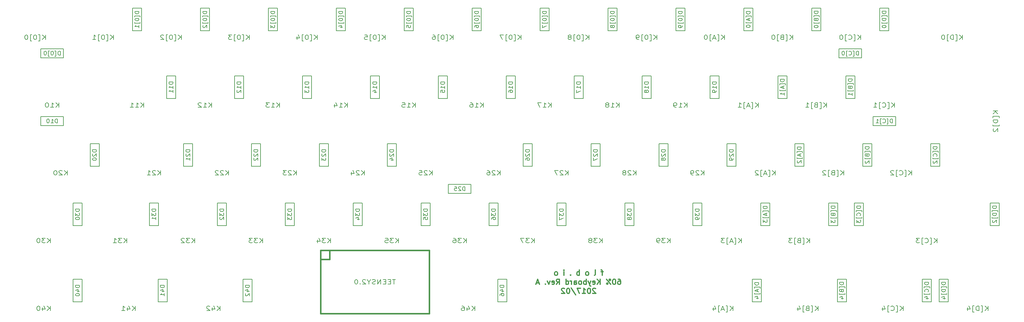
<source format=gbo>
G04 #@! TF.FileFunction,Legend,Bot*
%FSLAX46Y46*%
G04 Gerber Fmt 4.6, Leading zero omitted, Abs format (unit mm)*
G04 Created by KiCad (PCBNEW 4.0.5) date 02/06/17 19:39:07*
%MOMM*%
%LPD*%
G01*
G04 APERTURE LIST*
%ADD10C,0.100000*%
%ADD11C,0.300000*%
%ADD12C,0.203200*%
%ADD13C,0.381000*%
G04 APERTURE END LIST*
D10*
D11*
X187832143Y-99522321D02*
X187260714Y-99522321D01*
X187617857Y-100522321D02*
X187617857Y-99236607D01*
X187546429Y-99093750D01*
X187403571Y-99022321D01*
X187260714Y-99022321D01*
X185403571Y-100522321D02*
X185546429Y-100450893D01*
X185617857Y-100308036D01*
X185617857Y-99022321D01*
X183475000Y-100522321D02*
X183617858Y-100450893D01*
X183689286Y-100379464D01*
X183760715Y-100236607D01*
X183760715Y-99808036D01*
X183689286Y-99665179D01*
X183617858Y-99593750D01*
X183475000Y-99522321D01*
X183260715Y-99522321D01*
X183117858Y-99593750D01*
X183046429Y-99665179D01*
X182975000Y-99808036D01*
X182975000Y-100236607D01*
X183046429Y-100379464D01*
X183117858Y-100450893D01*
X183260715Y-100522321D01*
X183475000Y-100522321D01*
X181189286Y-100522321D02*
X181189286Y-99022321D01*
X181189286Y-99593750D02*
X181046429Y-99522321D01*
X180760715Y-99522321D01*
X180617858Y-99593750D01*
X180546429Y-99665179D01*
X180475000Y-99808036D01*
X180475000Y-100236607D01*
X180546429Y-100379464D01*
X180617858Y-100450893D01*
X180760715Y-100522321D01*
X181046429Y-100522321D01*
X181189286Y-100450893D01*
X178689286Y-100379464D02*
X178617858Y-100450893D01*
X178689286Y-100522321D01*
X178760715Y-100450893D01*
X178689286Y-100379464D01*
X178689286Y-100522321D01*
X176832143Y-100522321D02*
X176832143Y-99522321D01*
X176832143Y-99022321D02*
X176903572Y-99093750D01*
X176832143Y-99165179D01*
X176760715Y-99093750D01*
X176832143Y-99022321D01*
X176832143Y-99165179D01*
X174760714Y-100522321D02*
X174903572Y-100450893D01*
X174975000Y-100379464D01*
X175046429Y-100236607D01*
X175046429Y-99808036D01*
X174975000Y-99665179D01*
X174903572Y-99593750D01*
X174760714Y-99522321D01*
X174546429Y-99522321D01*
X174403572Y-99593750D01*
X174332143Y-99665179D01*
X174260714Y-99808036D01*
X174260714Y-100236607D01*
X174332143Y-100379464D01*
X174403572Y-100450893D01*
X174546429Y-100522321D01*
X174760714Y-100522321D01*
X192082142Y-101572321D02*
X192367856Y-101572321D01*
X192510713Y-101643750D01*
X192582142Y-101715179D01*
X192724999Y-101929464D01*
X192796428Y-102215179D01*
X192796428Y-102786607D01*
X192724999Y-102929464D01*
X192653571Y-103000893D01*
X192510713Y-103072321D01*
X192224999Y-103072321D01*
X192082142Y-103000893D01*
X192010713Y-102929464D01*
X191939285Y-102786607D01*
X191939285Y-102429464D01*
X192010713Y-102286607D01*
X192082142Y-102215179D01*
X192224999Y-102143750D01*
X192510713Y-102143750D01*
X192653571Y-102215179D01*
X192724999Y-102286607D01*
X192796428Y-102429464D01*
X191010714Y-101572321D02*
X190867857Y-101572321D01*
X190725000Y-101643750D01*
X190653571Y-101715179D01*
X190582142Y-101858036D01*
X190510714Y-102143750D01*
X190510714Y-102500893D01*
X190582142Y-102786607D01*
X190653571Y-102929464D01*
X190725000Y-103000893D01*
X190867857Y-103072321D01*
X191010714Y-103072321D01*
X191153571Y-103000893D01*
X191225000Y-102929464D01*
X191296428Y-102786607D01*
X191367857Y-102500893D01*
X191367857Y-102143750D01*
X191296428Y-101858036D01*
X191225000Y-101715179D01*
X191153571Y-101643750D01*
X191010714Y-101572321D01*
X189939286Y-103072321D02*
X188796429Y-101572321D01*
X189725000Y-101572321D02*
X189582143Y-101643750D01*
X189510714Y-101786607D01*
X189582143Y-101929464D01*
X189725000Y-102000893D01*
X189867857Y-101929464D01*
X189939286Y-101786607D01*
X189867857Y-101643750D01*
X189725000Y-101572321D01*
X188867857Y-103000893D02*
X188796429Y-102858036D01*
X188867857Y-102715179D01*
X189010714Y-102643750D01*
X189153571Y-102715179D01*
X189225000Y-102858036D01*
X189153571Y-103000893D01*
X189010714Y-103072321D01*
X188867857Y-103000893D01*
X187010714Y-103072321D02*
X187010714Y-101572321D01*
X186153571Y-103072321D02*
X186796428Y-102215179D01*
X186153571Y-101572321D02*
X187010714Y-102429464D01*
X184939286Y-103000893D02*
X185082143Y-103072321D01*
X185367857Y-103072321D01*
X185510714Y-103000893D01*
X185582143Y-102858036D01*
X185582143Y-102286607D01*
X185510714Y-102143750D01*
X185367857Y-102072321D01*
X185082143Y-102072321D01*
X184939286Y-102143750D01*
X184867857Y-102286607D01*
X184867857Y-102429464D01*
X185582143Y-102572321D01*
X184367857Y-102072321D02*
X184010714Y-103072321D01*
X183653572Y-102072321D02*
X184010714Y-103072321D01*
X184153572Y-103429464D01*
X184225000Y-103500893D01*
X184367857Y-103572321D01*
X183082143Y-103072321D02*
X183082143Y-101572321D01*
X183082143Y-102143750D02*
X182939286Y-102072321D01*
X182653572Y-102072321D01*
X182510715Y-102143750D01*
X182439286Y-102215179D01*
X182367857Y-102358036D01*
X182367857Y-102786607D01*
X182439286Y-102929464D01*
X182510715Y-103000893D01*
X182653572Y-103072321D01*
X182939286Y-103072321D01*
X183082143Y-103000893D01*
X181510714Y-103072321D02*
X181653572Y-103000893D01*
X181725000Y-102929464D01*
X181796429Y-102786607D01*
X181796429Y-102358036D01*
X181725000Y-102215179D01*
X181653572Y-102143750D01*
X181510714Y-102072321D01*
X181296429Y-102072321D01*
X181153572Y-102143750D01*
X181082143Y-102215179D01*
X181010714Y-102358036D01*
X181010714Y-102786607D01*
X181082143Y-102929464D01*
X181153572Y-103000893D01*
X181296429Y-103072321D01*
X181510714Y-103072321D01*
X179725000Y-103072321D02*
X179725000Y-102286607D01*
X179796429Y-102143750D01*
X179939286Y-102072321D01*
X180225000Y-102072321D01*
X180367857Y-102143750D01*
X179725000Y-103000893D02*
X179867857Y-103072321D01*
X180225000Y-103072321D01*
X180367857Y-103000893D01*
X180439286Y-102858036D01*
X180439286Y-102715179D01*
X180367857Y-102572321D01*
X180225000Y-102500893D01*
X179867857Y-102500893D01*
X179725000Y-102429464D01*
X179010714Y-103072321D02*
X179010714Y-102072321D01*
X179010714Y-102358036D02*
X178939286Y-102215179D01*
X178867857Y-102143750D01*
X178725000Y-102072321D01*
X178582143Y-102072321D01*
X177439286Y-103072321D02*
X177439286Y-101572321D01*
X177439286Y-103000893D02*
X177582143Y-103072321D01*
X177867857Y-103072321D01*
X178010715Y-103000893D01*
X178082143Y-102929464D01*
X178153572Y-102786607D01*
X178153572Y-102358036D01*
X178082143Y-102215179D01*
X178010715Y-102143750D01*
X177867857Y-102072321D01*
X177582143Y-102072321D01*
X177439286Y-102143750D01*
X174725000Y-103072321D02*
X175225000Y-102358036D01*
X175582143Y-103072321D02*
X175582143Y-101572321D01*
X175010715Y-101572321D01*
X174867857Y-101643750D01*
X174796429Y-101715179D01*
X174725000Y-101858036D01*
X174725000Y-102072321D01*
X174796429Y-102215179D01*
X174867857Y-102286607D01*
X175010715Y-102358036D01*
X175582143Y-102358036D01*
X173510715Y-103000893D02*
X173653572Y-103072321D01*
X173939286Y-103072321D01*
X174082143Y-103000893D01*
X174153572Y-102858036D01*
X174153572Y-102286607D01*
X174082143Y-102143750D01*
X173939286Y-102072321D01*
X173653572Y-102072321D01*
X173510715Y-102143750D01*
X173439286Y-102286607D01*
X173439286Y-102429464D01*
X174153572Y-102572321D01*
X172939286Y-102072321D02*
X172582143Y-103072321D01*
X172225001Y-102072321D01*
X171653572Y-102929464D02*
X171582144Y-103000893D01*
X171653572Y-103072321D01*
X171725001Y-103000893D01*
X171653572Y-102929464D01*
X171653572Y-103072321D01*
X169867858Y-102643750D02*
X169153572Y-102643750D01*
X170010715Y-103072321D02*
X169510715Y-101572321D01*
X169010715Y-103072321D01*
X185760713Y-104265179D02*
X185689284Y-104193750D01*
X185546427Y-104122321D01*
X185189284Y-104122321D01*
X185046427Y-104193750D01*
X184974998Y-104265179D01*
X184903570Y-104408036D01*
X184903570Y-104550893D01*
X184974998Y-104765179D01*
X185832141Y-105622321D01*
X184903570Y-105622321D01*
X183974999Y-104122321D02*
X183832142Y-104122321D01*
X183689285Y-104193750D01*
X183617856Y-104265179D01*
X183546427Y-104408036D01*
X183474999Y-104693750D01*
X183474999Y-105050893D01*
X183546427Y-105336607D01*
X183617856Y-105479464D01*
X183689285Y-105550893D01*
X183832142Y-105622321D01*
X183974999Y-105622321D01*
X184117856Y-105550893D01*
X184189285Y-105479464D01*
X184260713Y-105336607D01*
X184332142Y-105050893D01*
X184332142Y-104693750D01*
X184260713Y-104408036D01*
X184189285Y-104265179D01*
X184117856Y-104193750D01*
X183974999Y-104122321D01*
X182046428Y-105622321D02*
X182903571Y-105622321D01*
X182474999Y-105622321D02*
X182474999Y-104122321D01*
X182617856Y-104336607D01*
X182760714Y-104479464D01*
X182903571Y-104550893D01*
X181546428Y-104122321D02*
X180546428Y-104122321D01*
X181189285Y-105622321D01*
X178903572Y-104050893D02*
X180189286Y-105979464D01*
X178117857Y-104122321D02*
X177975000Y-104122321D01*
X177832143Y-104193750D01*
X177760714Y-104265179D01*
X177689285Y-104408036D01*
X177617857Y-104693750D01*
X177617857Y-105050893D01*
X177689285Y-105336607D01*
X177760714Y-105479464D01*
X177832143Y-105550893D01*
X177975000Y-105622321D01*
X178117857Y-105622321D01*
X178260714Y-105550893D01*
X178332143Y-105479464D01*
X178403571Y-105336607D01*
X178475000Y-105050893D01*
X178475000Y-104693750D01*
X178403571Y-104408036D01*
X178332143Y-104265179D01*
X178260714Y-104193750D01*
X178117857Y-104122321D01*
X177046429Y-104265179D02*
X176975000Y-104193750D01*
X176832143Y-104122321D01*
X176475000Y-104122321D01*
X176332143Y-104193750D01*
X176260714Y-104265179D01*
X176189286Y-104408036D01*
X176189286Y-104550893D01*
X176260714Y-104765179D01*
X177117857Y-105622321D01*
X176189286Y-105622321D01*
D12*
X36512500Y-36830000D02*
X30162500Y-36830000D01*
X30162500Y-36830000D02*
X30162500Y-39370000D01*
X30162500Y-39370000D02*
X36512500Y-39370000D01*
X36512500Y-39370000D02*
X36512500Y-36830000D01*
D13*
X108585000Y-111283750D02*
X108585000Y-93503750D01*
X108585000Y-93503750D02*
X139065000Y-93503750D01*
X139065000Y-93503750D02*
X139065000Y-111283750D01*
X139065000Y-111283750D02*
X108585000Y-111283750D01*
X108585000Y-96043750D02*
X111125000Y-96043750D01*
X111125000Y-96043750D02*
X111125000Y-93503750D01*
D12*
X284638750Y-107950000D02*
X284638750Y-101600000D01*
X284638750Y-101600000D02*
X282098750Y-101600000D01*
X282098750Y-101600000D02*
X282098750Y-107950000D01*
X282098750Y-107950000D02*
X284638750Y-107950000D01*
X298926250Y-86518750D02*
X298926250Y-80168750D01*
X298926250Y-80168750D02*
X296386250Y-80168750D01*
X296386250Y-80168750D02*
X296386250Y-86518750D01*
X296386250Y-86518750D02*
X298926250Y-86518750D01*
X267970000Y-31750000D02*
X267970000Y-25400000D01*
X267970000Y-25400000D02*
X265430000Y-25400000D01*
X265430000Y-25400000D02*
X265430000Y-31750000D01*
X265430000Y-31750000D02*
X267970000Y-31750000D01*
X279876250Y-107950000D02*
X279876250Y-101600000D01*
X279876250Y-101600000D02*
X277336250Y-101600000D01*
X277336250Y-101600000D02*
X277336250Y-107950000D01*
X277336250Y-107950000D02*
X279876250Y-107950000D01*
X260826250Y-86518750D02*
X260826250Y-80168750D01*
X260826250Y-80168750D02*
X258286250Y-80168750D01*
X258286250Y-80168750D02*
X258286250Y-86518750D01*
X258286250Y-86518750D02*
X260826250Y-86518750D01*
X282257500Y-69850000D02*
X282257500Y-63500000D01*
X282257500Y-63500000D02*
X279717500Y-63500000D01*
X279717500Y-63500000D02*
X279717500Y-69850000D01*
X279717500Y-69850000D02*
X282257500Y-69850000D01*
X263525000Y-58420000D02*
X269875000Y-58420000D01*
X269875000Y-58420000D02*
X269875000Y-55880000D01*
X269875000Y-55880000D02*
X263525000Y-55880000D01*
X263525000Y-55880000D02*
X263525000Y-58420000D01*
X260350000Y-36830000D02*
X254000000Y-36830000D01*
X254000000Y-36830000D02*
X254000000Y-39370000D01*
X254000000Y-39370000D02*
X260350000Y-39370000D01*
X260350000Y-39370000D02*
X260350000Y-36830000D01*
X256063750Y-107950000D02*
X256063750Y-101600000D01*
X256063750Y-101600000D02*
X253523750Y-101600000D01*
X253523750Y-101600000D02*
X253523750Y-107950000D01*
X253523750Y-107950000D02*
X256063750Y-107950000D01*
X253682500Y-86518750D02*
X253682500Y-80168750D01*
X253682500Y-80168750D02*
X251142500Y-80168750D01*
X251142500Y-80168750D02*
X251142500Y-86518750D01*
X251142500Y-86518750D02*
X253682500Y-86518750D01*
X263207500Y-69850000D02*
X263207500Y-63500000D01*
X263207500Y-63500000D02*
X260667500Y-63500000D01*
X260667500Y-63500000D02*
X260667500Y-69850000D01*
X260667500Y-69850000D02*
X263207500Y-69850000D01*
X258445000Y-50800000D02*
X258445000Y-44450000D01*
X258445000Y-44450000D02*
X255905000Y-44450000D01*
X255905000Y-44450000D02*
X255905000Y-50800000D01*
X255905000Y-50800000D02*
X258445000Y-50800000D01*
X248920000Y-31750000D02*
X248920000Y-25400000D01*
X248920000Y-25400000D02*
X246380000Y-25400000D01*
X246380000Y-25400000D02*
X246380000Y-31750000D01*
X246380000Y-31750000D02*
X248920000Y-31750000D01*
X232251250Y-107950000D02*
X232251250Y-101600000D01*
X232251250Y-101600000D02*
X229711250Y-101600000D01*
X229711250Y-101600000D02*
X229711250Y-107950000D01*
X229711250Y-107950000D02*
X232251250Y-107950000D01*
X234632500Y-86518750D02*
X234632500Y-80168750D01*
X234632500Y-80168750D02*
X232092500Y-80168750D01*
X232092500Y-80168750D02*
X232092500Y-86518750D01*
X232092500Y-86518750D02*
X234632500Y-86518750D01*
X244157500Y-69850000D02*
X244157500Y-63500000D01*
X244157500Y-63500000D02*
X241617500Y-63500000D01*
X241617500Y-63500000D02*
X241617500Y-69850000D01*
X241617500Y-69850000D02*
X244157500Y-69850000D01*
X239395000Y-50800000D02*
X239395000Y-44450000D01*
X239395000Y-44450000D02*
X236855000Y-44450000D01*
X236855000Y-44450000D02*
X236855000Y-50800000D01*
X236855000Y-50800000D02*
X239395000Y-50800000D01*
X229870000Y-31750000D02*
X229870000Y-25400000D01*
X229870000Y-25400000D02*
X227330000Y-25400000D01*
X227330000Y-25400000D02*
X227330000Y-31750000D01*
X227330000Y-31750000D02*
X229870000Y-31750000D01*
X210820000Y-31750000D02*
X210820000Y-25400000D01*
X210820000Y-25400000D02*
X208280000Y-25400000D01*
X208280000Y-25400000D02*
X208280000Y-31750000D01*
X208280000Y-31750000D02*
X210820000Y-31750000D01*
X191770000Y-31750000D02*
X191770000Y-25400000D01*
X191770000Y-25400000D02*
X189230000Y-25400000D01*
X189230000Y-25400000D02*
X189230000Y-31750000D01*
X189230000Y-31750000D02*
X191770000Y-31750000D01*
X172720000Y-31750000D02*
X172720000Y-25400000D01*
X172720000Y-25400000D02*
X170180000Y-25400000D01*
X170180000Y-25400000D02*
X170180000Y-31750000D01*
X170180000Y-31750000D02*
X172720000Y-31750000D01*
X153670000Y-31750000D02*
X153670000Y-25400000D01*
X153670000Y-25400000D02*
X151130000Y-25400000D01*
X151130000Y-25400000D02*
X151130000Y-31750000D01*
X151130000Y-31750000D02*
X153670000Y-31750000D01*
X134620000Y-31750000D02*
X134620000Y-25400000D01*
X134620000Y-25400000D02*
X132080000Y-25400000D01*
X132080000Y-25400000D02*
X132080000Y-31750000D01*
X132080000Y-31750000D02*
X134620000Y-31750000D01*
X115570000Y-31750000D02*
X115570000Y-25400000D01*
X115570000Y-25400000D02*
X113030000Y-25400000D01*
X113030000Y-25400000D02*
X113030000Y-31750000D01*
X113030000Y-31750000D02*
X115570000Y-31750000D01*
X96520000Y-31750000D02*
X96520000Y-25400000D01*
X96520000Y-25400000D02*
X93980000Y-25400000D01*
X93980000Y-25400000D02*
X93980000Y-31750000D01*
X93980000Y-31750000D02*
X96520000Y-31750000D01*
X77470000Y-31750000D02*
X77470000Y-25400000D01*
X77470000Y-25400000D02*
X74930000Y-25400000D01*
X74930000Y-25400000D02*
X74930000Y-31750000D01*
X74930000Y-31750000D02*
X77470000Y-31750000D01*
X58420000Y-31750000D02*
X58420000Y-25400000D01*
X58420000Y-25400000D02*
X55880000Y-25400000D01*
X55880000Y-25400000D02*
X55880000Y-31750000D01*
X55880000Y-31750000D02*
X58420000Y-31750000D01*
X160813750Y-107950000D02*
X160813750Y-101600000D01*
X160813750Y-101600000D02*
X158273750Y-101600000D01*
X158273750Y-101600000D02*
X158273750Y-107950000D01*
X158273750Y-107950000D02*
X160813750Y-107950000D01*
X89376250Y-107950000D02*
X89376250Y-101600000D01*
X89376250Y-101600000D02*
X86836250Y-101600000D01*
X86836250Y-101600000D02*
X86836250Y-107950000D01*
X86836250Y-107950000D02*
X89376250Y-107950000D01*
X65563750Y-107950000D02*
X65563750Y-101600000D01*
X65563750Y-101600000D02*
X63023750Y-101600000D01*
X63023750Y-101600000D02*
X63023750Y-107950000D01*
X63023750Y-107950000D02*
X65563750Y-107950000D01*
X41751250Y-107950000D02*
X41751250Y-101600000D01*
X41751250Y-101600000D02*
X39211250Y-101600000D01*
X39211250Y-101600000D02*
X39211250Y-107950000D01*
X39211250Y-107950000D02*
X41751250Y-107950000D01*
X215582500Y-86518750D02*
X215582500Y-80168750D01*
X215582500Y-80168750D02*
X213042500Y-80168750D01*
X213042500Y-80168750D02*
X213042500Y-86518750D01*
X213042500Y-86518750D02*
X215582500Y-86518750D01*
X196532500Y-86518750D02*
X196532500Y-80168750D01*
X196532500Y-80168750D02*
X193992500Y-80168750D01*
X193992500Y-80168750D02*
X193992500Y-86518750D01*
X193992500Y-86518750D02*
X196532500Y-86518750D01*
X177482500Y-86518750D02*
X177482500Y-80168750D01*
X177482500Y-80168750D02*
X174942500Y-80168750D01*
X174942500Y-80168750D02*
X174942500Y-86518750D01*
X174942500Y-86518750D02*
X177482500Y-86518750D01*
X158432500Y-86518750D02*
X158432500Y-80168750D01*
X158432500Y-80168750D02*
X155892500Y-80168750D01*
X155892500Y-80168750D02*
X155892500Y-86518750D01*
X155892500Y-86518750D02*
X158432500Y-86518750D01*
X139382500Y-86518750D02*
X139382500Y-80168750D01*
X139382500Y-80168750D02*
X136842500Y-80168750D01*
X136842500Y-80168750D02*
X136842500Y-86518750D01*
X136842500Y-86518750D02*
X139382500Y-86518750D01*
X120332500Y-86518750D02*
X120332500Y-80168750D01*
X120332500Y-80168750D02*
X117792500Y-80168750D01*
X117792500Y-80168750D02*
X117792500Y-86518750D01*
X117792500Y-86518750D02*
X120332500Y-86518750D01*
X101282500Y-86518750D02*
X101282500Y-80168750D01*
X101282500Y-80168750D02*
X98742500Y-80168750D01*
X98742500Y-80168750D02*
X98742500Y-86518750D01*
X98742500Y-86518750D02*
X101282500Y-86518750D01*
X82232500Y-86518750D02*
X82232500Y-80168750D01*
X82232500Y-80168750D02*
X79692500Y-80168750D01*
X79692500Y-80168750D02*
X79692500Y-86518750D01*
X79692500Y-86518750D02*
X82232500Y-86518750D01*
X63182500Y-86518750D02*
X63182500Y-80168750D01*
X63182500Y-80168750D02*
X60642500Y-80168750D01*
X60642500Y-80168750D02*
X60642500Y-86518750D01*
X60642500Y-86518750D02*
X63182500Y-86518750D01*
X41751250Y-86518750D02*
X41751250Y-80168750D01*
X41751250Y-80168750D02*
X39211250Y-80168750D01*
X39211250Y-80168750D02*
X39211250Y-86518750D01*
X39211250Y-86518750D02*
X41751250Y-86518750D01*
X225107500Y-69850000D02*
X225107500Y-63500000D01*
X225107500Y-63500000D02*
X222567500Y-63500000D01*
X222567500Y-63500000D02*
X222567500Y-69850000D01*
X222567500Y-69850000D02*
X225107500Y-69850000D01*
X206057500Y-69850000D02*
X206057500Y-63500000D01*
X206057500Y-63500000D02*
X203517500Y-63500000D01*
X203517500Y-63500000D02*
X203517500Y-69850000D01*
X203517500Y-69850000D02*
X206057500Y-69850000D01*
X187007500Y-69850000D02*
X187007500Y-63500000D01*
X187007500Y-63500000D02*
X184467500Y-63500000D01*
X184467500Y-63500000D02*
X184467500Y-69850000D01*
X184467500Y-69850000D02*
X187007500Y-69850000D01*
X167957500Y-69850000D02*
X167957500Y-63500000D01*
X167957500Y-63500000D02*
X165417500Y-63500000D01*
X165417500Y-63500000D02*
X165417500Y-69850000D01*
X165417500Y-69850000D02*
X167957500Y-69850000D01*
X150812500Y-74930000D02*
X144462500Y-74930000D01*
X144462500Y-74930000D02*
X144462500Y-77470000D01*
X144462500Y-77470000D02*
X150812500Y-77470000D01*
X150812500Y-77470000D02*
X150812500Y-74930000D01*
X129857500Y-69850000D02*
X129857500Y-63500000D01*
X129857500Y-63500000D02*
X127317500Y-63500000D01*
X127317500Y-63500000D02*
X127317500Y-69850000D01*
X127317500Y-69850000D02*
X129857500Y-69850000D01*
X110807500Y-69850000D02*
X110807500Y-63500000D01*
X110807500Y-63500000D02*
X108267500Y-63500000D01*
X108267500Y-63500000D02*
X108267500Y-69850000D01*
X108267500Y-69850000D02*
X110807500Y-69850000D01*
X91757500Y-69850000D02*
X91757500Y-63500000D01*
X91757500Y-63500000D02*
X89217500Y-63500000D01*
X89217500Y-63500000D02*
X89217500Y-69850000D01*
X89217500Y-69850000D02*
X91757500Y-69850000D01*
X72707500Y-69850000D02*
X72707500Y-63500000D01*
X72707500Y-63500000D02*
X70167500Y-63500000D01*
X70167500Y-63500000D02*
X70167500Y-69850000D01*
X70167500Y-69850000D02*
X72707500Y-69850000D01*
X46513750Y-69850000D02*
X46513750Y-63500000D01*
X46513750Y-63500000D02*
X43973750Y-63500000D01*
X43973750Y-63500000D02*
X43973750Y-69850000D01*
X43973750Y-69850000D02*
X46513750Y-69850000D01*
X220345000Y-50800000D02*
X220345000Y-44450000D01*
X220345000Y-44450000D02*
X217805000Y-44450000D01*
X217805000Y-44450000D02*
X217805000Y-50800000D01*
X217805000Y-50800000D02*
X220345000Y-50800000D01*
X201295000Y-50800000D02*
X201295000Y-44450000D01*
X201295000Y-44450000D02*
X198755000Y-44450000D01*
X198755000Y-44450000D02*
X198755000Y-50800000D01*
X198755000Y-50800000D02*
X201295000Y-50800000D01*
X182245000Y-50800000D02*
X182245000Y-44450000D01*
X182245000Y-44450000D02*
X179705000Y-44450000D01*
X179705000Y-44450000D02*
X179705000Y-50800000D01*
X179705000Y-50800000D02*
X182245000Y-50800000D01*
X163195000Y-50800000D02*
X163195000Y-44450000D01*
X163195000Y-44450000D02*
X160655000Y-44450000D01*
X160655000Y-44450000D02*
X160655000Y-50800000D01*
X160655000Y-50800000D02*
X163195000Y-50800000D01*
X144145000Y-50800000D02*
X144145000Y-44450000D01*
X144145000Y-44450000D02*
X141605000Y-44450000D01*
X141605000Y-44450000D02*
X141605000Y-50800000D01*
X141605000Y-50800000D02*
X144145000Y-50800000D01*
X125095000Y-50800000D02*
X125095000Y-44450000D01*
X125095000Y-44450000D02*
X122555000Y-44450000D01*
X122555000Y-44450000D02*
X122555000Y-50800000D01*
X122555000Y-50800000D02*
X125095000Y-50800000D01*
X106045000Y-50800000D02*
X106045000Y-44450000D01*
X106045000Y-44450000D02*
X103505000Y-44450000D01*
X103505000Y-44450000D02*
X103505000Y-50800000D01*
X103505000Y-50800000D02*
X106045000Y-50800000D01*
X86995000Y-50800000D02*
X86995000Y-44450000D01*
X86995000Y-44450000D02*
X84455000Y-44450000D01*
X84455000Y-44450000D02*
X84455000Y-50800000D01*
X84455000Y-50800000D02*
X86995000Y-50800000D01*
X67945000Y-50800000D02*
X67945000Y-44450000D01*
X67945000Y-44450000D02*
X65405000Y-44450000D01*
X65405000Y-44450000D02*
X65405000Y-50800000D01*
X65405000Y-50800000D02*
X67945000Y-50800000D01*
X36512500Y-55880000D02*
X30162500Y-55880000D01*
X30162500Y-55880000D02*
X30162500Y-58420000D01*
X30162500Y-58420000D02*
X36512500Y-58420000D01*
X36512500Y-58420000D02*
X36512500Y-55880000D01*
X35594643Y-38597619D02*
X35594643Y-37497619D01*
X35308928Y-37497619D01*
X35137500Y-37550000D01*
X35023214Y-37654762D01*
X34966071Y-37759524D01*
X34908928Y-37969048D01*
X34908928Y-38126190D01*
X34966071Y-38335714D01*
X35023214Y-38440476D01*
X35137500Y-38545238D01*
X35308928Y-38597619D01*
X35594643Y-38597619D01*
X34051786Y-38964286D02*
X34337500Y-38964286D01*
X34337500Y-37392857D01*
X34051786Y-37392857D01*
X33366071Y-37497619D02*
X33251786Y-37497619D01*
X33137500Y-37550000D01*
X33080357Y-37602381D01*
X33023214Y-37707143D01*
X32966071Y-37916667D01*
X32966071Y-38178571D01*
X33023214Y-38388095D01*
X33080357Y-38492857D01*
X33137500Y-38545238D01*
X33251786Y-38597619D01*
X33366071Y-38597619D01*
X33480357Y-38545238D01*
X33537500Y-38492857D01*
X33594643Y-38388095D01*
X33651786Y-38178571D01*
X33651786Y-37916667D01*
X33594643Y-37707143D01*
X33537500Y-37602381D01*
X33480357Y-37550000D01*
X33366071Y-37497619D01*
X32566071Y-38964286D02*
X32280357Y-38964286D01*
X32280357Y-37392857D01*
X32566071Y-37392857D01*
X31423214Y-37497619D02*
X31308929Y-37497619D01*
X31194643Y-37550000D01*
X31137500Y-37602381D01*
X31080357Y-37707143D01*
X31023214Y-37916667D01*
X31023214Y-38178571D01*
X31080357Y-38388095D01*
X31137500Y-38492857D01*
X31194643Y-38545238D01*
X31308929Y-38597619D01*
X31423214Y-38597619D01*
X31537500Y-38545238D01*
X31594643Y-38492857D01*
X31651786Y-38388095D01*
X31708929Y-38178571D01*
X31708929Y-37916667D01*
X31651786Y-37707143D01*
X31594643Y-37602381D01*
X31537500Y-37550000D01*
X31423214Y-37497619D01*
X288652857Y-34229524D02*
X288652857Y-32959524D01*
X287782000Y-34229524D02*
X288435143Y-33503810D01*
X287782000Y-32959524D02*
X288652857Y-33685238D01*
X286693428Y-34652857D02*
X287056285Y-34652857D01*
X287056285Y-32838571D01*
X286693428Y-32838571D01*
X286112857Y-34229524D02*
X286112857Y-32959524D01*
X285750000Y-32959524D01*
X285532285Y-33020000D01*
X285387143Y-33140952D01*
X285314571Y-33261905D01*
X285242000Y-33503810D01*
X285242000Y-33685238D01*
X285314571Y-33927143D01*
X285387143Y-34048095D01*
X285532285Y-34169048D01*
X285750000Y-34229524D01*
X286112857Y-34229524D01*
X284734000Y-34652857D02*
X284371143Y-34652857D01*
X284371143Y-32838571D01*
X284734000Y-32838571D01*
X283282571Y-32959524D02*
X283137428Y-32959524D01*
X282992285Y-33020000D01*
X282919714Y-33080476D01*
X282847143Y-33201429D01*
X282774571Y-33443333D01*
X282774571Y-33745714D01*
X282847143Y-33987619D01*
X282919714Y-34108571D01*
X282992285Y-34169048D01*
X283137428Y-34229524D01*
X283282571Y-34229524D01*
X283427714Y-34169048D01*
X283500285Y-34108571D01*
X283572857Y-33987619D01*
X283645428Y-33745714D01*
X283645428Y-33443333D01*
X283572857Y-33201429D01*
X283500285Y-33080476D01*
X283427714Y-33020000D01*
X283282571Y-32959524D01*
X298548274Y-54247143D02*
X297278274Y-54247143D01*
X298548274Y-55118000D02*
X297822560Y-54464857D01*
X297278274Y-55118000D02*
X298003988Y-54247143D01*
X298971607Y-56206572D02*
X298971607Y-55843715D01*
X297157321Y-55843715D01*
X297157321Y-56206572D01*
X298548274Y-56787143D02*
X297278274Y-56787143D01*
X297278274Y-57150000D01*
X297338750Y-57367715D01*
X297459702Y-57512857D01*
X297580655Y-57585429D01*
X297822560Y-57658000D01*
X298003988Y-57658000D01*
X298245893Y-57585429D01*
X298366845Y-57512857D01*
X298487798Y-57367715D01*
X298548274Y-57150000D01*
X298548274Y-56787143D01*
X298971607Y-58166000D02*
X298971607Y-58528857D01*
X297157321Y-58528857D01*
X297157321Y-58166000D01*
X297399226Y-59254572D02*
X297338750Y-59327143D01*
X297278274Y-59472286D01*
X297278274Y-59835143D01*
X297338750Y-59980286D01*
X297399226Y-60052857D01*
X297520179Y-60125429D01*
X297641131Y-60125429D01*
X297822560Y-60052857D01*
X298548274Y-59182000D01*
X298548274Y-60125429D01*
X281509107Y-91379524D02*
X281509107Y-90109524D01*
X280638250Y-91379524D02*
X281291393Y-90653810D01*
X280638250Y-90109524D02*
X281509107Y-90835238D01*
X279549678Y-91802857D02*
X279912535Y-91802857D01*
X279912535Y-89988571D01*
X279549678Y-89988571D01*
X278098250Y-91258571D02*
X278170821Y-91319048D01*
X278388535Y-91379524D01*
X278533678Y-91379524D01*
X278751393Y-91319048D01*
X278896535Y-91198095D01*
X278969107Y-91077143D01*
X279041678Y-90835238D01*
X279041678Y-90653810D01*
X278969107Y-90411905D01*
X278896535Y-90290952D01*
X278751393Y-90170000D01*
X278533678Y-90109524D01*
X278388535Y-90109524D01*
X278170821Y-90170000D01*
X278098250Y-90230476D01*
X277590250Y-91802857D02*
X277227393Y-91802857D01*
X277227393Y-89988571D01*
X277590250Y-89988571D01*
X276574250Y-90109524D02*
X275630821Y-90109524D01*
X276138821Y-90593333D01*
X275921107Y-90593333D01*
X275775964Y-90653810D01*
X275703393Y-90714286D01*
X275630821Y-90835238D01*
X275630821Y-91137619D01*
X275703393Y-91258571D01*
X275775964Y-91319048D01*
X275921107Y-91379524D01*
X276356535Y-91379524D01*
X276501678Y-91319048D01*
X276574250Y-91258571D01*
X151869322Y-110429524D02*
X151869322Y-109159524D01*
X150998465Y-110429524D02*
X151651608Y-109703810D01*
X150998465Y-109159524D02*
X151869322Y-109885238D01*
X149692179Y-109582857D02*
X149692179Y-110429524D01*
X150055036Y-109099048D02*
X150417893Y-110006190D01*
X149474465Y-110006190D01*
X148240750Y-109159524D02*
X148531036Y-109159524D01*
X148676179Y-109220000D01*
X148748750Y-109280476D01*
X148893893Y-109461905D01*
X148966464Y-109703810D01*
X148966464Y-110187619D01*
X148893893Y-110308571D01*
X148821321Y-110369048D01*
X148676179Y-110429524D01*
X148385893Y-110429524D01*
X148240750Y-110369048D01*
X148168179Y-110308571D01*
X148095607Y-110187619D01*
X148095607Y-109885238D01*
X148168179Y-109764286D01*
X148240750Y-109703810D01*
X148385893Y-109643333D01*
X148676179Y-109643333D01*
X148821321Y-109703810D01*
X148893893Y-109764286D01*
X148966464Y-109885238D01*
X37569322Y-72329524D02*
X37569322Y-71059524D01*
X36698465Y-72329524D02*
X37351608Y-71603810D01*
X36698465Y-71059524D02*
X37569322Y-71785238D01*
X36117893Y-71180476D02*
X36045322Y-71120000D01*
X35900179Y-71059524D01*
X35537322Y-71059524D01*
X35392179Y-71120000D01*
X35319608Y-71180476D01*
X35247036Y-71301429D01*
X35247036Y-71422381D01*
X35319608Y-71603810D01*
X36190465Y-72329524D01*
X35247036Y-72329524D01*
X34303607Y-71059524D02*
X34158464Y-71059524D01*
X34013321Y-71120000D01*
X33940750Y-71180476D01*
X33868179Y-71301429D01*
X33795607Y-71543333D01*
X33795607Y-71845714D01*
X33868179Y-72087619D01*
X33940750Y-72208571D01*
X34013321Y-72269048D01*
X34158464Y-72329524D01*
X34303607Y-72329524D01*
X34448750Y-72269048D01*
X34521321Y-72208571D01*
X34593893Y-72087619D01*
X34666464Y-71845714D01*
X34666464Y-71543333D01*
X34593893Y-71301429D01*
X34521321Y-71180476D01*
X34448750Y-71120000D01*
X34303607Y-71059524D01*
X35188072Y-53279524D02*
X35188072Y-52009524D01*
X34317215Y-53279524D02*
X34970358Y-52553810D01*
X34317215Y-52009524D02*
X35188072Y-52735238D01*
X32865786Y-53279524D02*
X33736643Y-53279524D01*
X33301215Y-53279524D02*
X33301215Y-52009524D01*
X33446358Y-52190952D01*
X33591500Y-52311905D01*
X33736643Y-52372381D01*
X31922357Y-52009524D02*
X31777214Y-52009524D01*
X31632071Y-52070000D01*
X31559500Y-52130476D01*
X31486929Y-52251429D01*
X31414357Y-52493333D01*
X31414357Y-52795714D01*
X31486929Y-53037619D01*
X31559500Y-53158571D01*
X31632071Y-53219048D01*
X31777214Y-53279524D01*
X31922357Y-53279524D01*
X32067500Y-53219048D01*
X32140071Y-53158571D01*
X32212643Y-53037619D01*
X32285214Y-52795714D01*
X32285214Y-52493333D01*
X32212643Y-52251429D01*
X32140071Y-52130476D01*
X32067500Y-52070000D01*
X31922357Y-52009524D01*
X31441572Y-34229524D02*
X31441572Y-32959524D01*
X30570715Y-34229524D02*
X31223858Y-33503810D01*
X30570715Y-32959524D02*
X31441572Y-33685238D01*
X29482143Y-34652857D02*
X29845000Y-34652857D01*
X29845000Y-32838571D01*
X29482143Y-32838571D01*
X28611286Y-32959524D02*
X28466143Y-32959524D01*
X28321000Y-33020000D01*
X28248429Y-33080476D01*
X28175858Y-33201429D01*
X28103286Y-33443333D01*
X28103286Y-33745714D01*
X28175858Y-33987619D01*
X28248429Y-34108571D01*
X28321000Y-34169048D01*
X28466143Y-34229524D01*
X28611286Y-34229524D01*
X28756429Y-34169048D01*
X28829000Y-34108571D01*
X28901572Y-33987619D01*
X28974143Y-33745714D01*
X28974143Y-33443333D01*
X28901572Y-33201429D01*
X28829000Y-33080476D01*
X28756429Y-33020000D01*
X28611286Y-32959524D01*
X27595286Y-34652857D02*
X27232429Y-34652857D01*
X27232429Y-32838571D01*
X27595286Y-32838571D01*
X26143857Y-32959524D02*
X25998714Y-32959524D01*
X25853571Y-33020000D01*
X25781000Y-33080476D01*
X25708429Y-33201429D01*
X25635857Y-33443333D01*
X25635857Y-33745714D01*
X25708429Y-33987619D01*
X25781000Y-34108571D01*
X25853571Y-34169048D01*
X25998714Y-34229524D01*
X26143857Y-34229524D01*
X26289000Y-34169048D01*
X26361571Y-34108571D01*
X26434143Y-33987619D01*
X26506714Y-33745714D01*
X26506714Y-33443333D01*
X26434143Y-33201429D01*
X26361571Y-33080476D01*
X26289000Y-33020000D01*
X26143857Y-32959524D01*
X129630714Y-101698274D02*
X128759857Y-101698274D01*
X129195286Y-102968274D02*
X129195286Y-101698274D01*
X128251857Y-102303036D02*
X127743857Y-102303036D01*
X127526143Y-102968274D02*
X128251857Y-102968274D01*
X128251857Y-101698274D01*
X127526143Y-101698274D01*
X126873000Y-102303036D02*
X126365000Y-102303036D01*
X126147286Y-102968274D02*
X126873000Y-102968274D01*
X126873000Y-101698274D01*
X126147286Y-101698274D01*
X125494143Y-102968274D02*
X125494143Y-101698274D01*
X124623286Y-102968274D01*
X124623286Y-101698274D01*
X123970143Y-102907798D02*
X123752429Y-102968274D01*
X123389572Y-102968274D01*
X123244429Y-102907798D01*
X123171858Y-102847321D01*
X123099286Y-102726369D01*
X123099286Y-102605417D01*
X123171858Y-102484464D01*
X123244429Y-102423988D01*
X123389572Y-102363512D01*
X123679858Y-102303036D01*
X123825000Y-102242560D01*
X123897572Y-102182083D01*
X123970143Y-102061131D01*
X123970143Y-101940179D01*
X123897572Y-101819226D01*
X123825000Y-101758750D01*
X123679858Y-101698274D01*
X123317000Y-101698274D01*
X123099286Y-101758750D01*
X122155857Y-102363512D02*
X122155857Y-102968274D01*
X122663857Y-101698274D02*
X122155857Y-102363512D01*
X121647857Y-101698274D01*
X121212428Y-101819226D02*
X121139857Y-101758750D01*
X120994714Y-101698274D01*
X120631857Y-101698274D01*
X120486714Y-101758750D01*
X120414143Y-101819226D01*
X120341571Y-101940179D01*
X120341571Y-102061131D01*
X120414143Y-102242560D01*
X121285000Y-102968274D01*
X120341571Y-102968274D01*
X119688428Y-102847321D02*
X119615856Y-102907798D01*
X119688428Y-102968274D01*
X119760999Y-102907798D01*
X119688428Y-102847321D01*
X119688428Y-102968274D01*
X118672428Y-101698274D02*
X118527285Y-101698274D01*
X118382142Y-101758750D01*
X118309571Y-101819226D01*
X118237000Y-101940179D01*
X118164428Y-102182083D01*
X118164428Y-102484464D01*
X118237000Y-102726369D01*
X118309571Y-102847321D01*
X118382142Y-102907798D01*
X118527285Y-102968274D01*
X118672428Y-102968274D01*
X118817571Y-102907798D01*
X118890142Y-102847321D01*
X118962714Y-102726369D01*
X119035285Y-102484464D01*
X119035285Y-102182083D01*
X118962714Y-101940179D01*
X118890142Y-101819226D01*
X118817571Y-101758750D01*
X118672428Y-101698274D01*
X50491572Y-34229524D02*
X50491572Y-32959524D01*
X49620715Y-34229524D02*
X50273858Y-33503810D01*
X49620715Y-32959524D02*
X50491572Y-33685238D01*
X48532143Y-34652857D02*
X48895000Y-34652857D01*
X48895000Y-32838571D01*
X48532143Y-32838571D01*
X47661286Y-32959524D02*
X47516143Y-32959524D01*
X47371000Y-33020000D01*
X47298429Y-33080476D01*
X47225858Y-33201429D01*
X47153286Y-33443333D01*
X47153286Y-33745714D01*
X47225858Y-33987619D01*
X47298429Y-34108571D01*
X47371000Y-34169048D01*
X47516143Y-34229524D01*
X47661286Y-34229524D01*
X47806429Y-34169048D01*
X47879000Y-34108571D01*
X47951572Y-33987619D01*
X48024143Y-33745714D01*
X48024143Y-33443333D01*
X47951572Y-33201429D01*
X47879000Y-33080476D01*
X47806429Y-33020000D01*
X47661286Y-32959524D01*
X46645286Y-34652857D02*
X46282429Y-34652857D01*
X46282429Y-32838571D01*
X46645286Y-32838571D01*
X44685857Y-34229524D02*
X45556714Y-34229524D01*
X45121286Y-34229524D02*
X45121286Y-32959524D01*
X45266429Y-33140952D01*
X45411571Y-33261905D01*
X45556714Y-33322381D01*
X274365357Y-72329524D02*
X274365357Y-71059524D01*
X273494500Y-72329524D02*
X274147643Y-71603810D01*
X273494500Y-71059524D02*
X274365357Y-71785238D01*
X272405928Y-72752857D02*
X272768785Y-72752857D01*
X272768785Y-70938571D01*
X272405928Y-70938571D01*
X270954500Y-72208571D02*
X271027071Y-72269048D01*
X271244785Y-72329524D01*
X271389928Y-72329524D01*
X271607643Y-72269048D01*
X271752785Y-72148095D01*
X271825357Y-72027143D01*
X271897928Y-71785238D01*
X271897928Y-71603810D01*
X271825357Y-71361905D01*
X271752785Y-71240952D01*
X271607643Y-71120000D01*
X271389928Y-71059524D01*
X271244785Y-71059524D01*
X271027071Y-71120000D01*
X270954500Y-71180476D01*
X270446500Y-72752857D02*
X270083643Y-72752857D01*
X270083643Y-70938571D01*
X270446500Y-70938571D01*
X269357928Y-71180476D02*
X269285357Y-71120000D01*
X269140214Y-71059524D01*
X268777357Y-71059524D01*
X268632214Y-71120000D01*
X268559643Y-71180476D01*
X268487071Y-71301429D01*
X268487071Y-71422381D01*
X268559643Y-71603810D01*
X269430500Y-72329524D01*
X268487071Y-72329524D01*
X269602857Y-53279524D02*
X269602857Y-52009524D01*
X268732000Y-53279524D02*
X269385143Y-52553810D01*
X268732000Y-52009524D02*
X269602857Y-52735238D01*
X267643428Y-53702857D02*
X268006285Y-53702857D01*
X268006285Y-51888571D01*
X267643428Y-51888571D01*
X266192000Y-53158571D02*
X266264571Y-53219048D01*
X266482285Y-53279524D01*
X266627428Y-53279524D01*
X266845143Y-53219048D01*
X266990285Y-53098095D01*
X267062857Y-52977143D01*
X267135428Y-52735238D01*
X267135428Y-52553810D01*
X267062857Y-52311905D01*
X266990285Y-52190952D01*
X266845143Y-52070000D01*
X266627428Y-52009524D01*
X266482285Y-52009524D01*
X266264571Y-52070000D01*
X266192000Y-52130476D01*
X265684000Y-53702857D02*
X265321143Y-53702857D01*
X265321143Y-51888571D01*
X265684000Y-51888571D01*
X263724571Y-53279524D02*
X264595428Y-53279524D01*
X264160000Y-53279524D02*
X264160000Y-52009524D01*
X264305143Y-52190952D01*
X264450285Y-52311905D01*
X264595428Y-52372381D01*
X260077857Y-34229524D02*
X260077857Y-32959524D01*
X259207000Y-34229524D02*
X259860143Y-33503810D01*
X259207000Y-32959524D02*
X260077857Y-33685238D01*
X258118428Y-34652857D02*
X258481285Y-34652857D01*
X258481285Y-32838571D01*
X258118428Y-32838571D01*
X256667000Y-34108571D02*
X256739571Y-34169048D01*
X256957285Y-34229524D01*
X257102428Y-34229524D01*
X257320143Y-34169048D01*
X257465285Y-34048095D01*
X257537857Y-33927143D01*
X257610428Y-33685238D01*
X257610428Y-33503810D01*
X257537857Y-33261905D01*
X257465285Y-33140952D01*
X257320143Y-33020000D01*
X257102428Y-32959524D01*
X256957285Y-32959524D01*
X256739571Y-33020000D01*
X256667000Y-33080476D01*
X256159000Y-34652857D02*
X255796143Y-34652857D01*
X255796143Y-32838571D01*
X256159000Y-32838571D01*
X254707571Y-32959524D02*
X254562428Y-32959524D01*
X254417285Y-33020000D01*
X254344714Y-33080476D01*
X254272143Y-33201429D01*
X254199571Y-33443333D01*
X254199571Y-33745714D01*
X254272143Y-33987619D01*
X254344714Y-34108571D01*
X254417285Y-34169048D01*
X254562428Y-34229524D01*
X254707571Y-34229524D01*
X254852714Y-34169048D01*
X254925285Y-34108571D01*
X254997857Y-33987619D01*
X255070428Y-33745714D01*
X255070428Y-33443333D01*
X254997857Y-33201429D01*
X254925285Y-33080476D01*
X254852714Y-33020000D01*
X254707571Y-32959524D01*
X245790357Y-91379524D02*
X245790357Y-90109524D01*
X244919500Y-91379524D02*
X245572643Y-90653810D01*
X244919500Y-90109524D02*
X245790357Y-90835238D01*
X243830928Y-91802857D02*
X244193785Y-91802857D01*
X244193785Y-89988571D01*
X243830928Y-89988571D01*
X242742357Y-90714286D02*
X242524643Y-90774762D01*
X242452071Y-90835238D01*
X242379500Y-90956190D01*
X242379500Y-91137619D01*
X242452071Y-91258571D01*
X242524643Y-91319048D01*
X242669785Y-91379524D01*
X243250357Y-91379524D01*
X243250357Y-90109524D01*
X242742357Y-90109524D01*
X242597214Y-90170000D01*
X242524643Y-90230476D01*
X242452071Y-90351429D01*
X242452071Y-90472381D01*
X242524643Y-90593333D01*
X242597214Y-90653810D01*
X242742357Y-90714286D01*
X243250357Y-90714286D01*
X241871500Y-91802857D02*
X241508643Y-91802857D01*
X241508643Y-89988571D01*
X241871500Y-89988571D01*
X240855500Y-90109524D02*
X239912071Y-90109524D01*
X240420071Y-90593333D01*
X240202357Y-90593333D01*
X240057214Y-90653810D01*
X239984643Y-90714286D01*
X239912071Y-90835238D01*
X239912071Y-91137619D01*
X239984643Y-91258571D01*
X240057214Y-91319048D01*
X240202357Y-91379524D01*
X240637785Y-91379524D01*
X240782928Y-91319048D01*
X240855500Y-91258571D01*
X255315357Y-72329524D02*
X255315357Y-71059524D01*
X254444500Y-72329524D02*
X255097643Y-71603810D01*
X254444500Y-71059524D02*
X255315357Y-71785238D01*
X253355928Y-72752857D02*
X253718785Y-72752857D01*
X253718785Y-70938571D01*
X253355928Y-70938571D01*
X252267357Y-71664286D02*
X252049643Y-71724762D01*
X251977071Y-71785238D01*
X251904500Y-71906190D01*
X251904500Y-72087619D01*
X251977071Y-72208571D01*
X252049643Y-72269048D01*
X252194785Y-72329524D01*
X252775357Y-72329524D01*
X252775357Y-71059524D01*
X252267357Y-71059524D01*
X252122214Y-71120000D01*
X252049643Y-71180476D01*
X251977071Y-71301429D01*
X251977071Y-71422381D01*
X252049643Y-71543333D01*
X252122214Y-71603810D01*
X252267357Y-71664286D01*
X252775357Y-71664286D01*
X251396500Y-72752857D02*
X251033643Y-72752857D01*
X251033643Y-70938571D01*
X251396500Y-70938571D01*
X250307928Y-71180476D02*
X250235357Y-71120000D01*
X250090214Y-71059524D01*
X249727357Y-71059524D01*
X249582214Y-71120000D01*
X249509643Y-71180476D01*
X249437071Y-71301429D01*
X249437071Y-71422381D01*
X249509643Y-71603810D01*
X250380500Y-72329524D01*
X249437071Y-72329524D01*
X250552857Y-53279524D02*
X250552857Y-52009524D01*
X249682000Y-53279524D02*
X250335143Y-52553810D01*
X249682000Y-52009524D02*
X250552857Y-52735238D01*
X248593428Y-53702857D02*
X248956285Y-53702857D01*
X248956285Y-51888571D01*
X248593428Y-51888571D01*
X247504857Y-52614286D02*
X247287143Y-52674762D01*
X247214571Y-52735238D01*
X247142000Y-52856190D01*
X247142000Y-53037619D01*
X247214571Y-53158571D01*
X247287143Y-53219048D01*
X247432285Y-53279524D01*
X248012857Y-53279524D01*
X248012857Y-52009524D01*
X247504857Y-52009524D01*
X247359714Y-52070000D01*
X247287143Y-52130476D01*
X247214571Y-52251429D01*
X247214571Y-52372381D01*
X247287143Y-52493333D01*
X247359714Y-52553810D01*
X247504857Y-52614286D01*
X248012857Y-52614286D01*
X246634000Y-53702857D02*
X246271143Y-53702857D01*
X246271143Y-51888571D01*
X246634000Y-51888571D01*
X244674571Y-53279524D02*
X245545428Y-53279524D01*
X245110000Y-53279524D02*
X245110000Y-52009524D01*
X245255143Y-52190952D01*
X245400285Y-52311905D01*
X245545428Y-52372381D01*
X241027857Y-34229524D02*
X241027857Y-32959524D01*
X240157000Y-34229524D02*
X240810143Y-33503810D01*
X240157000Y-32959524D02*
X241027857Y-33685238D01*
X239068428Y-34652857D02*
X239431285Y-34652857D01*
X239431285Y-32838571D01*
X239068428Y-32838571D01*
X237979857Y-33564286D02*
X237762143Y-33624762D01*
X237689571Y-33685238D01*
X237617000Y-33806190D01*
X237617000Y-33987619D01*
X237689571Y-34108571D01*
X237762143Y-34169048D01*
X237907285Y-34229524D01*
X238487857Y-34229524D01*
X238487857Y-32959524D01*
X237979857Y-32959524D01*
X237834714Y-33020000D01*
X237762143Y-33080476D01*
X237689571Y-33201429D01*
X237689571Y-33322381D01*
X237762143Y-33443333D01*
X237834714Y-33503810D01*
X237979857Y-33564286D01*
X238487857Y-33564286D01*
X237109000Y-34652857D02*
X236746143Y-34652857D01*
X236746143Y-32838571D01*
X237109000Y-32838571D01*
X235657571Y-32959524D02*
X235512428Y-32959524D01*
X235367285Y-33020000D01*
X235294714Y-33080476D01*
X235222143Y-33201429D01*
X235149571Y-33443333D01*
X235149571Y-33745714D01*
X235222143Y-33987619D01*
X235294714Y-34108571D01*
X235367285Y-34169048D01*
X235512428Y-34229524D01*
X235657571Y-34229524D01*
X235802714Y-34169048D01*
X235875285Y-34108571D01*
X235947857Y-33987619D01*
X236020428Y-33745714D01*
X236020428Y-33443333D01*
X235947857Y-33201429D01*
X235875285Y-33080476D01*
X235802714Y-33020000D01*
X235657571Y-32959524D01*
X226631500Y-91379524D02*
X226631500Y-90109524D01*
X225760643Y-91379524D02*
X226413786Y-90653810D01*
X225760643Y-90109524D02*
X226631500Y-90835238D01*
X224672071Y-91802857D02*
X225034928Y-91802857D01*
X225034928Y-89988571D01*
X224672071Y-89988571D01*
X224164071Y-91016667D02*
X223438357Y-91016667D01*
X224309214Y-91379524D02*
X223801214Y-90109524D01*
X223293214Y-91379524D01*
X222930357Y-91802857D02*
X222567500Y-91802857D01*
X222567500Y-89988571D01*
X222930357Y-89988571D01*
X221914357Y-90109524D02*
X220970928Y-90109524D01*
X221478928Y-90593333D01*
X221261214Y-90593333D01*
X221116071Y-90653810D01*
X221043500Y-90714286D01*
X220970928Y-90835238D01*
X220970928Y-91137619D01*
X221043500Y-91258571D01*
X221116071Y-91319048D01*
X221261214Y-91379524D01*
X221696642Y-91379524D01*
X221841785Y-91319048D01*
X221914357Y-91258571D01*
X236156500Y-72329524D02*
X236156500Y-71059524D01*
X235285643Y-72329524D02*
X235938786Y-71603810D01*
X235285643Y-71059524D02*
X236156500Y-71785238D01*
X234197071Y-72752857D02*
X234559928Y-72752857D01*
X234559928Y-70938571D01*
X234197071Y-70938571D01*
X233689071Y-71966667D02*
X232963357Y-71966667D01*
X233834214Y-72329524D02*
X233326214Y-71059524D01*
X232818214Y-72329524D01*
X232455357Y-72752857D02*
X232092500Y-72752857D01*
X232092500Y-70938571D01*
X232455357Y-70938571D01*
X231366785Y-71180476D02*
X231294214Y-71120000D01*
X231149071Y-71059524D01*
X230786214Y-71059524D01*
X230641071Y-71120000D01*
X230568500Y-71180476D01*
X230495928Y-71301429D01*
X230495928Y-71422381D01*
X230568500Y-71603810D01*
X231439357Y-72329524D01*
X230495928Y-72329524D01*
X231394000Y-53279524D02*
X231394000Y-52009524D01*
X230523143Y-53279524D02*
X231176286Y-52553810D01*
X230523143Y-52009524D02*
X231394000Y-52735238D01*
X229434571Y-53702857D02*
X229797428Y-53702857D01*
X229797428Y-51888571D01*
X229434571Y-51888571D01*
X228926571Y-52916667D02*
X228200857Y-52916667D01*
X229071714Y-53279524D02*
X228563714Y-52009524D01*
X228055714Y-53279524D01*
X227692857Y-53702857D02*
X227330000Y-53702857D01*
X227330000Y-51888571D01*
X227692857Y-51888571D01*
X225733428Y-53279524D02*
X226604285Y-53279524D01*
X226168857Y-53279524D02*
X226168857Y-52009524D01*
X226314000Y-52190952D01*
X226459142Y-52311905D01*
X226604285Y-52372381D01*
X221869000Y-34229524D02*
X221869000Y-32959524D01*
X220998143Y-34229524D02*
X221651286Y-33503810D01*
X220998143Y-32959524D02*
X221869000Y-33685238D01*
X219909571Y-34652857D02*
X220272428Y-34652857D01*
X220272428Y-32838571D01*
X219909571Y-32838571D01*
X219401571Y-33866667D02*
X218675857Y-33866667D01*
X219546714Y-34229524D02*
X219038714Y-32959524D01*
X218530714Y-34229524D01*
X218167857Y-34652857D02*
X217805000Y-34652857D01*
X217805000Y-32838571D01*
X218167857Y-32838571D01*
X216716428Y-32959524D02*
X216571285Y-32959524D01*
X216426142Y-33020000D01*
X216353571Y-33080476D01*
X216281000Y-33201429D01*
X216208428Y-33443333D01*
X216208428Y-33745714D01*
X216281000Y-33987619D01*
X216353571Y-34108571D01*
X216426142Y-34169048D01*
X216571285Y-34229524D01*
X216716428Y-34229524D01*
X216861571Y-34169048D01*
X216934142Y-34108571D01*
X217006714Y-33987619D01*
X217079285Y-33745714D01*
X217079285Y-33443333D01*
X217006714Y-33201429D01*
X216934142Y-33080476D01*
X216861571Y-33020000D01*
X216716428Y-32959524D01*
X202891572Y-34229524D02*
X202891572Y-32959524D01*
X202020715Y-34229524D02*
X202673858Y-33503810D01*
X202020715Y-32959524D02*
X202891572Y-33685238D01*
X200932143Y-34652857D02*
X201295000Y-34652857D01*
X201295000Y-32838571D01*
X200932143Y-32838571D01*
X200061286Y-32959524D02*
X199916143Y-32959524D01*
X199771000Y-33020000D01*
X199698429Y-33080476D01*
X199625858Y-33201429D01*
X199553286Y-33443333D01*
X199553286Y-33745714D01*
X199625858Y-33987619D01*
X199698429Y-34108571D01*
X199771000Y-34169048D01*
X199916143Y-34229524D01*
X200061286Y-34229524D01*
X200206429Y-34169048D01*
X200279000Y-34108571D01*
X200351572Y-33987619D01*
X200424143Y-33745714D01*
X200424143Y-33443333D01*
X200351572Y-33201429D01*
X200279000Y-33080476D01*
X200206429Y-33020000D01*
X200061286Y-32959524D01*
X199045286Y-34652857D02*
X198682429Y-34652857D01*
X198682429Y-32838571D01*
X199045286Y-32838571D01*
X197811571Y-34229524D02*
X197521286Y-34229524D01*
X197376143Y-34169048D01*
X197303571Y-34108571D01*
X197158429Y-33927143D01*
X197085857Y-33685238D01*
X197085857Y-33201429D01*
X197158429Y-33080476D01*
X197231000Y-33020000D01*
X197376143Y-32959524D01*
X197666429Y-32959524D01*
X197811571Y-33020000D01*
X197884143Y-33080476D01*
X197956714Y-33201429D01*
X197956714Y-33503810D01*
X197884143Y-33624762D01*
X197811571Y-33685238D01*
X197666429Y-33745714D01*
X197376143Y-33745714D01*
X197231000Y-33685238D01*
X197158429Y-33624762D01*
X197085857Y-33503810D01*
X183841572Y-34229524D02*
X183841572Y-32959524D01*
X182970715Y-34229524D02*
X183623858Y-33503810D01*
X182970715Y-32959524D02*
X183841572Y-33685238D01*
X181882143Y-34652857D02*
X182245000Y-34652857D01*
X182245000Y-32838571D01*
X181882143Y-32838571D01*
X181011286Y-32959524D02*
X180866143Y-32959524D01*
X180721000Y-33020000D01*
X180648429Y-33080476D01*
X180575858Y-33201429D01*
X180503286Y-33443333D01*
X180503286Y-33745714D01*
X180575858Y-33987619D01*
X180648429Y-34108571D01*
X180721000Y-34169048D01*
X180866143Y-34229524D01*
X181011286Y-34229524D01*
X181156429Y-34169048D01*
X181229000Y-34108571D01*
X181301572Y-33987619D01*
X181374143Y-33745714D01*
X181374143Y-33443333D01*
X181301572Y-33201429D01*
X181229000Y-33080476D01*
X181156429Y-33020000D01*
X181011286Y-32959524D01*
X179995286Y-34652857D02*
X179632429Y-34652857D01*
X179632429Y-32838571D01*
X179995286Y-32838571D01*
X178616429Y-33503810D02*
X178761571Y-33443333D01*
X178834143Y-33382857D01*
X178906714Y-33261905D01*
X178906714Y-33201429D01*
X178834143Y-33080476D01*
X178761571Y-33020000D01*
X178616429Y-32959524D01*
X178326143Y-32959524D01*
X178181000Y-33020000D01*
X178108429Y-33080476D01*
X178035857Y-33201429D01*
X178035857Y-33261905D01*
X178108429Y-33382857D01*
X178181000Y-33443333D01*
X178326143Y-33503810D01*
X178616429Y-33503810D01*
X178761571Y-33564286D01*
X178834143Y-33624762D01*
X178906714Y-33745714D01*
X178906714Y-33987619D01*
X178834143Y-34108571D01*
X178761571Y-34169048D01*
X178616429Y-34229524D01*
X178326143Y-34229524D01*
X178181000Y-34169048D01*
X178108429Y-34108571D01*
X178035857Y-33987619D01*
X178035857Y-33745714D01*
X178108429Y-33624762D01*
X178181000Y-33564286D01*
X178326143Y-33503810D01*
X164791572Y-34229524D02*
X164791572Y-32959524D01*
X163920715Y-34229524D02*
X164573858Y-33503810D01*
X163920715Y-32959524D02*
X164791572Y-33685238D01*
X162832143Y-34652857D02*
X163195000Y-34652857D01*
X163195000Y-32838571D01*
X162832143Y-32838571D01*
X161961286Y-32959524D02*
X161816143Y-32959524D01*
X161671000Y-33020000D01*
X161598429Y-33080476D01*
X161525858Y-33201429D01*
X161453286Y-33443333D01*
X161453286Y-33745714D01*
X161525858Y-33987619D01*
X161598429Y-34108571D01*
X161671000Y-34169048D01*
X161816143Y-34229524D01*
X161961286Y-34229524D01*
X162106429Y-34169048D01*
X162179000Y-34108571D01*
X162251572Y-33987619D01*
X162324143Y-33745714D01*
X162324143Y-33443333D01*
X162251572Y-33201429D01*
X162179000Y-33080476D01*
X162106429Y-33020000D01*
X161961286Y-32959524D01*
X160945286Y-34652857D02*
X160582429Y-34652857D01*
X160582429Y-32838571D01*
X160945286Y-32838571D01*
X159929286Y-32959524D02*
X158913286Y-32959524D01*
X159566429Y-34229524D01*
X145741572Y-34229524D02*
X145741572Y-32959524D01*
X144870715Y-34229524D02*
X145523858Y-33503810D01*
X144870715Y-32959524D02*
X145741572Y-33685238D01*
X143782143Y-34652857D02*
X144145000Y-34652857D01*
X144145000Y-32838571D01*
X143782143Y-32838571D01*
X142911286Y-32959524D02*
X142766143Y-32959524D01*
X142621000Y-33020000D01*
X142548429Y-33080476D01*
X142475858Y-33201429D01*
X142403286Y-33443333D01*
X142403286Y-33745714D01*
X142475858Y-33987619D01*
X142548429Y-34108571D01*
X142621000Y-34169048D01*
X142766143Y-34229524D01*
X142911286Y-34229524D01*
X143056429Y-34169048D01*
X143129000Y-34108571D01*
X143201572Y-33987619D01*
X143274143Y-33745714D01*
X143274143Y-33443333D01*
X143201572Y-33201429D01*
X143129000Y-33080476D01*
X143056429Y-33020000D01*
X142911286Y-32959524D01*
X141895286Y-34652857D02*
X141532429Y-34652857D01*
X141532429Y-32838571D01*
X141895286Y-32838571D01*
X140081000Y-32959524D02*
X140371286Y-32959524D01*
X140516429Y-33020000D01*
X140589000Y-33080476D01*
X140734143Y-33261905D01*
X140806714Y-33503810D01*
X140806714Y-33987619D01*
X140734143Y-34108571D01*
X140661571Y-34169048D01*
X140516429Y-34229524D01*
X140226143Y-34229524D01*
X140081000Y-34169048D01*
X140008429Y-34108571D01*
X139935857Y-33987619D01*
X139935857Y-33685238D01*
X140008429Y-33564286D01*
X140081000Y-33503810D01*
X140226143Y-33443333D01*
X140516429Y-33443333D01*
X140661571Y-33503810D01*
X140734143Y-33564286D01*
X140806714Y-33685238D01*
X126691572Y-34229524D02*
X126691572Y-32959524D01*
X125820715Y-34229524D02*
X126473858Y-33503810D01*
X125820715Y-32959524D02*
X126691572Y-33685238D01*
X124732143Y-34652857D02*
X125095000Y-34652857D01*
X125095000Y-32838571D01*
X124732143Y-32838571D01*
X123861286Y-32959524D02*
X123716143Y-32959524D01*
X123571000Y-33020000D01*
X123498429Y-33080476D01*
X123425858Y-33201429D01*
X123353286Y-33443333D01*
X123353286Y-33745714D01*
X123425858Y-33987619D01*
X123498429Y-34108571D01*
X123571000Y-34169048D01*
X123716143Y-34229524D01*
X123861286Y-34229524D01*
X124006429Y-34169048D01*
X124079000Y-34108571D01*
X124151572Y-33987619D01*
X124224143Y-33745714D01*
X124224143Y-33443333D01*
X124151572Y-33201429D01*
X124079000Y-33080476D01*
X124006429Y-33020000D01*
X123861286Y-32959524D01*
X122845286Y-34652857D02*
X122482429Y-34652857D01*
X122482429Y-32838571D01*
X122845286Y-32838571D01*
X120958429Y-32959524D02*
X121684143Y-32959524D01*
X121756714Y-33564286D01*
X121684143Y-33503810D01*
X121539000Y-33443333D01*
X121176143Y-33443333D01*
X121031000Y-33503810D01*
X120958429Y-33564286D01*
X120885857Y-33685238D01*
X120885857Y-33987619D01*
X120958429Y-34108571D01*
X121031000Y-34169048D01*
X121176143Y-34229524D01*
X121539000Y-34229524D01*
X121684143Y-34169048D01*
X121756714Y-34108571D01*
X107641572Y-34229524D02*
X107641572Y-32959524D01*
X106770715Y-34229524D02*
X107423858Y-33503810D01*
X106770715Y-32959524D02*
X107641572Y-33685238D01*
X105682143Y-34652857D02*
X106045000Y-34652857D01*
X106045000Y-32838571D01*
X105682143Y-32838571D01*
X104811286Y-32959524D02*
X104666143Y-32959524D01*
X104521000Y-33020000D01*
X104448429Y-33080476D01*
X104375858Y-33201429D01*
X104303286Y-33443333D01*
X104303286Y-33745714D01*
X104375858Y-33987619D01*
X104448429Y-34108571D01*
X104521000Y-34169048D01*
X104666143Y-34229524D01*
X104811286Y-34229524D01*
X104956429Y-34169048D01*
X105029000Y-34108571D01*
X105101572Y-33987619D01*
X105174143Y-33745714D01*
X105174143Y-33443333D01*
X105101572Y-33201429D01*
X105029000Y-33080476D01*
X104956429Y-33020000D01*
X104811286Y-32959524D01*
X103795286Y-34652857D02*
X103432429Y-34652857D01*
X103432429Y-32838571D01*
X103795286Y-32838571D01*
X101981000Y-33382857D02*
X101981000Y-34229524D01*
X102343857Y-32899048D02*
X102706714Y-33806190D01*
X101763286Y-33806190D01*
X88591572Y-34229524D02*
X88591572Y-32959524D01*
X87720715Y-34229524D02*
X88373858Y-33503810D01*
X87720715Y-32959524D02*
X88591572Y-33685238D01*
X86632143Y-34652857D02*
X86995000Y-34652857D01*
X86995000Y-32838571D01*
X86632143Y-32838571D01*
X85761286Y-32959524D02*
X85616143Y-32959524D01*
X85471000Y-33020000D01*
X85398429Y-33080476D01*
X85325858Y-33201429D01*
X85253286Y-33443333D01*
X85253286Y-33745714D01*
X85325858Y-33987619D01*
X85398429Y-34108571D01*
X85471000Y-34169048D01*
X85616143Y-34229524D01*
X85761286Y-34229524D01*
X85906429Y-34169048D01*
X85979000Y-34108571D01*
X86051572Y-33987619D01*
X86124143Y-33745714D01*
X86124143Y-33443333D01*
X86051572Y-33201429D01*
X85979000Y-33080476D01*
X85906429Y-33020000D01*
X85761286Y-32959524D01*
X84745286Y-34652857D02*
X84382429Y-34652857D01*
X84382429Y-32838571D01*
X84745286Y-32838571D01*
X83729286Y-32959524D02*
X82785857Y-32959524D01*
X83293857Y-33443333D01*
X83076143Y-33443333D01*
X82931000Y-33503810D01*
X82858429Y-33564286D01*
X82785857Y-33685238D01*
X82785857Y-33987619D01*
X82858429Y-34108571D01*
X82931000Y-34169048D01*
X83076143Y-34229524D01*
X83511571Y-34229524D01*
X83656714Y-34169048D01*
X83729286Y-34108571D01*
X69541572Y-34229524D02*
X69541572Y-32959524D01*
X68670715Y-34229524D02*
X69323858Y-33503810D01*
X68670715Y-32959524D02*
X69541572Y-33685238D01*
X67582143Y-34652857D02*
X67945000Y-34652857D01*
X67945000Y-32838571D01*
X67582143Y-32838571D01*
X66711286Y-32959524D02*
X66566143Y-32959524D01*
X66421000Y-33020000D01*
X66348429Y-33080476D01*
X66275858Y-33201429D01*
X66203286Y-33443333D01*
X66203286Y-33745714D01*
X66275858Y-33987619D01*
X66348429Y-34108571D01*
X66421000Y-34169048D01*
X66566143Y-34229524D01*
X66711286Y-34229524D01*
X66856429Y-34169048D01*
X66929000Y-34108571D01*
X67001572Y-33987619D01*
X67074143Y-33745714D01*
X67074143Y-33443333D01*
X67001572Y-33201429D01*
X66929000Y-33080476D01*
X66856429Y-33020000D01*
X66711286Y-32959524D01*
X65695286Y-34652857D02*
X65332429Y-34652857D01*
X65332429Y-32838571D01*
X65695286Y-32838571D01*
X64606714Y-33080476D02*
X64534143Y-33020000D01*
X64389000Y-32959524D01*
X64026143Y-32959524D01*
X63881000Y-33020000D01*
X63808429Y-33080476D01*
X63735857Y-33201429D01*
X63735857Y-33322381D01*
X63808429Y-33503810D01*
X64679286Y-34229524D01*
X63735857Y-34229524D01*
X206638072Y-91379524D02*
X206638072Y-90109524D01*
X205767215Y-91379524D02*
X206420358Y-90653810D01*
X205767215Y-90109524D02*
X206638072Y-90835238D01*
X205259215Y-90109524D02*
X204315786Y-90109524D01*
X204823786Y-90593333D01*
X204606072Y-90593333D01*
X204460929Y-90653810D01*
X204388358Y-90714286D01*
X204315786Y-90835238D01*
X204315786Y-91137619D01*
X204388358Y-91258571D01*
X204460929Y-91319048D01*
X204606072Y-91379524D01*
X205041500Y-91379524D01*
X205186643Y-91319048D01*
X205259215Y-91258571D01*
X203590071Y-91379524D02*
X203299786Y-91379524D01*
X203154643Y-91319048D01*
X203082071Y-91258571D01*
X202936929Y-91077143D01*
X202864357Y-90835238D01*
X202864357Y-90351429D01*
X202936929Y-90230476D01*
X203009500Y-90170000D01*
X203154643Y-90109524D01*
X203444929Y-90109524D01*
X203590071Y-90170000D01*
X203662643Y-90230476D01*
X203735214Y-90351429D01*
X203735214Y-90653810D01*
X203662643Y-90774762D01*
X203590071Y-90835238D01*
X203444929Y-90895714D01*
X203154643Y-90895714D01*
X203009500Y-90835238D01*
X202936929Y-90774762D01*
X202864357Y-90653810D01*
X187588072Y-91379524D02*
X187588072Y-90109524D01*
X186717215Y-91379524D02*
X187370358Y-90653810D01*
X186717215Y-90109524D02*
X187588072Y-90835238D01*
X186209215Y-90109524D02*
X185265786Y-90109524D01*
X185773786Y-90593333D01*
X185556072Y-90593333D01*
X185410929Y-90653810D01*
X185338358Y-90714286D01*
X185265786Y-90835238D01*
X185265786Y-91137619D01*
X185338358Y-91258571D01*
X185410929Y-91319048D01*
X185556072Y-91379524D01*
X185991500Y-91379524D01*
X186136643Y-91319048D01*
X186209215Y-91258571D01*
X184394929Y-90653810D02*
X184540071Y-90593333D01*
X184612643Y-90532857D01*
X184685214Y-90411905D01*
X184685214Y-90351429D01*
X184612643Y-90230476D01*
X184540071Y-90170000D01*
X184394929Y-90109524D01*
X184104643Y-90109524D01*
X183959500Y-90170000D01*
X183886929Y-90230476D01*
X183814357Y-90351429D01*
X183814357Y-90411905D01*
X183886929Y-90532857D01*
X183959500Y-90593333D01*
X184104643Y-90653810D01*
X184394929Y-90653810D01*
X184540071Y-90714286D01*
X184612643Y-90774762D01*
X184685214Y-90895714D01*
X184685214Y-91137619D01*
X184612643Y-91258571D01*
X184540071Y-91319048D01*
X184394929Y-91379524D01*
X184104643Y-91379524D01*
X183959500Y-91319048D01*
X183886929Y-91258571D01*
X183814357Y-91137619D01*
X183814357Y-90895714D01*
X183886929Y-90774762D01*
X183959500Y-90714286D01*
X184104643Y-90653810D01*
X168538072Y-91379524D02*
X168538072Y-90109524D01*
X167667215Y-91379524D02*
X168320358Y-90653810D01*
X167667215Y-90109524D02*
X168538072Y-90835238D01*
X167159215Y-90109524D02*
X166215786Y-90109524D01*
X166723786Y-90593333D01*
X166506072Y-90593333D01*
X166360929Y-90653810D01*
X166288358Y-90714286D01*
X166215786Y-90835238D01*
X166215786Y-91137619D01*
X166288358Y-91258571D01*
X166360929Y-91319048D01*
X166506072Y-91379524D01*
X166941500Y-91379524D01*
X167086643Y-91319048D01*
X167159215Y-91258571D01*
X165707786Y-90109524D02*
X164691786Y-90109524D01*
X165344929Y-91379524D01*
X149488072Y-91379524D02*
X149488072Y-90109524D01*
X148617215Y-91379524D02*
X149270358Y-90653810D01*
X148617215Y-90109524D02*
X149488072Y-90835238D01*
X148109215Y-90109524D02*
X147165786Y-90109524D01*
X147673786Y-90593333D01*
X147456072Y-90593333D01*
X147310929Y-90653810D01*
X147238358Y-90714286D01*
X147165786Y-90835238D01*
X147165786Y-91137619D01*
X147238358Y-91258571D01*
X147310929Y-91319048D01*
X147456072Y-91379524D01*
X147891500Y-91379524D01*
X148036643Y-91319048D01*
X148109215Y-91258571D01*
X145859500Y-90109524D02*
X146149786Y-90109524D01*
X146294929Y-90170000D01*
X146367500Y-90230476D01*
X146512643Y-90411905D01*
X146585214Y-90653810D01*
X146585214Y-91137619D01*
X146512643Y-91258571D01*
X146440071Y-91319048D01*
X146294929Y-91379524D01*
X146004643Y-91379524D01*
X145859500Y-91319048D01*
X145786929Y-91258571D01*
X145714357Y-91137619D01*
X145714357Y-90835238D01*
X145786929Y-90714286D01*
X145859500Y-90653810D01*
X146004643Y-90593333D01*
X146294929Y-90593333D01*
X146440071Y-90653810D01*
X146512643Y-90714286D01*
X146585214Y-90835238D01*
X130438072Y-91379524D02*
X130438072Y-90109524D01*
X129567215Y-91379524D02*
X130220358Y-90653810D01*
X129567215Y-90109524D02*
X130438072Y-90835238D01*
X129059215Y-90109524D02*
X128115786Y-90109524D01*
X128623786Y-90593333D01*
X128406072Y-90593333D01*
X128260929Y-90653810D01*
X128188358Y-90714286D01*
X128115786Y-90835238D01*
X128115786Y-91137619D01*
X128188358Y-91258571D01*
X128260929Y-91319048D01*
X128406072Y-91379524D01*
X128841500Y-91379524D01*
X128986643Y-91319048D01*
X129059215Y-91258571D01*
X126736929Y-90109524D02*
X127462643Y-90109524D01*
X127535214Y-90714286D01*
X127462643Y-90653810D01*
X127317500Y-90593333D01*
X126954643Y-90593333D01*
X126809500Y-90653810D01*
X126736929Y-90714286D01*
X126664357Y-90835238D01*
X126664357Y-91137619D01*
X126736929Y-91258571D01*
X126809500Y-91319048D01*
X126954643Y-91379524D01*
X127317500Y-91379524D01*
X127462643Y-91319048D01*
X127535214Y-91258571D01*
X111388072Y-91379524D02*
X111388072Y-90109524D01*
X110517215Y-91379524D02*
X111170358Y-90653810D01*
X110517215Y-90109524D02*
X111388072Y-90835238D01*
X110009215Y-90109524D02*
X109065786Y-90109524D01*
X109573786Y-90593333D01*
X109356072Y-90593333D01*
X109210929Y-90653810D01*
X109138358Y-90714286D01*
X109065786Y-90835238D01*
X109065786Y-91137619D01*
X109138358Y-91258571D01*
X109210929Y-91319048D01*
X109356072Y-91379524D01*
X109791500Y-91379524D01*
X109936643Y-91319048D01*
X110009215Y-91258571D01*
X107759500Y-90532857D02*
X107759500Y-91379524D01*
X108122357Y-90049048D02*
X108485214Y-90956190D01*
X107541786Y-90956190D01*
X92338072Y-91379524D02*
X92338072Y-90109524D01*
X91467215Y-91379524D02*
X92120358Y-90653810D01*
X91467215Y-90109524D02*
X92338072Y-90835238D01*
X90959215Y-90109524D02*
X90015786Y-90109524D01*
X90523786Y-90593333D01*
X90306072Y-90593333D01*
X90160929Y-90653810D01*
X90088358Y-90714286D01*
X90015786Y-90835238D01*
X90015786Y-91137619D01*
X90088358Y-91258571D01*
X90160929Y-91319048D01*
X90306072Y-91379524D01*
X90741500Y-91379524D01*
X90886643Y-91319048D01*
X90959215Y-91258571D01*
X89507786Y-90109524D02*
X88564357Y-90109524D01*
X89072357Y-90593333D01*
X88854643Y-90593333D01*
X88709500Y-90653810D01*
X88636929Y-90714286D01*
X88564357Y-90835238D01*
X88564357Y-91137619D01*
X88636929Y-91258571D01*
X88709500Y-91319048D01*
X88854643Y-91379524D01*
X89290071Y-91379524D01*
X89435214Y-91319048D01*
X89507786Y-91258571D01*
X73288072Y-91379524D02*
X73288072Y-90109524D01*
X72417215Y-91379524D02*
X73070358Y-90653810D01*
X72417215Y-90109524D02*
X73288072Y-90835238D01*
X71909215Y-90109524D02*
X70965786Y-90109524D01*
X71473786Y-90593333D01*
X71256072Y-90593333D01*
X71110929Y-90653810D01*
X71038358Y-90714286D01*
X70965786Y-90835238D01*
X70965786Y-91137619D01*
X71038358Y-91258571D01*
X71110929Y-91319048D01*
X71256072Y-91379524D01*
X71691500Y-91379524D01*
X71836643Y-91319048D01*
X71909215Y-91258571D01*
X70385214Y-90230476D02*
X70312643Y-90170000D01*
X70167500Y-90109524D01*
X69804643Y-90109524D01*
X69659500Y-90170000D01*
X69586929Y-90230476D01*
X69514357Y-90351429D01*
X69514357Y-90472381D01*
X69586929Y-90653810D01*
X70457786Y-91379524D01*
X69514357Y-91379524D01*
X54238072Y-91379524D02*
X54238072Y-90109524D01*
X53367215Y-91379524D02*
X54020358Y-90653810D01*
X53367215Y-90109524D02*
X54238072Y-90835238D01*
X52859215Y-90109524D02*
X51915786Y-90109524D01*
X52423786Y-90593333D01*
X52206072Y-90593333D01*
X52060929Y-90653810D01*
X51988358Y-90714286D01*
X51915786Y-90835238D01*
X51915786Y-91137619D01*
X51988358Y-91258571D01*
X52060929Y-91319048D01*
X52206072Y-91379524D01*
X52641500Y-91379524D01*
X52786643Y-91319048D01*
X52859215Y-91258571D01*
X50464357Y-91379524D02*
X51335214Y-91379524D01*
X50899786Y-91379524D02*
X50899786Y-90109524D01*
X51044929Y-90290952D01*
X51190071Y-90411905D01*
X51335214Y-90472381D01*
X216163072Y-72329524D02*
X216163072Y-71059524D01*
X215292215Y-72329524D02*
X215945358Y-71603810D01*
X215292215Y-71059524D02*
X216163072Y-71785238D01*
X214711643Y-71180476D02*
X214639072Y-71120000D01*
X214493929Y-71059524D01*
X214131072Y-71059524D01*
X213985929Y-71120000D01*
X213913358Y-71180476D01*
X213840786Y-71301429D01*
X213840786Y-71422381D01*
X213913358Y-71603810D01*
X214784215Y-72329524D01*
X213840786Y-72329524D01*
X213115071Y-72329524D02*
X212824786Y-72329524D01*
X212679643Y-72269048D01*
X212607071Y-72208571D01*
X212461929Y-72027143D01*
X212389357Y-71785238D01*
X212389357Y-71301429D01*
X212461929Y-71180476D01*
X212534500Y-71120000D01*
X212679643Y-71059524D01*
X212969929Y-71059524D01*
X213115071Y-71120000D01*
X213187643Y-71180476D01*
X213260214Y-71301429D01*
X213260214Y-71603810D01*
X213187643Y-71724762D01*
X213115071Y-71785238D01*
X212969929Y-71845714D01*
X212679643Y-71845714D01*
X212534500Y-71785238D01*
X212461929Y-71724762D01*
X212389357Y-71603810D01*
X197113072Y-72329524D02*
X197113072Y-71059524D01*
X196242215Y-72329524D02*
X196895358Y-71603810D01*
X196242215Y-71059524D02*
X197113072Y-71785238D01*
X195661643Y-71180476D02*
X195589072Y-71120000D01*
X195443929Y-71059524D01*
X195081072Y-71059524D01*
X194935929Y-71120000D01*
X194863358Y-71180476D01*
X194790786Y-71301429D01*
X194790786Y-71422381D01*
X194863358Y-71603810D01*
X195734215Y-72329524D01*
X194790786Y-72329524D01*
X193919929Y-71603810D02*
X194065071Y-71543333D01*
X194137643Y-71482857D01*
X194210214Y-71361905D01*
X194210214Y-71301429D01*
X194137643Y-71180476D01*
X194065071Y-71120000D01*
X193919929Y-71059524D01*
X193629643Y-71059524D01*
X193484500Y-71120000D01*
X193411929Y-71180476D01*
X193339357Y-71301429D01*
X193339357Y-71361905D01*
X193411929Y-71482857D01*
X193484500Y-71543333D01*
X193629643Y-71603810D01*
X193919929Y-71603810D01*
X194065071Y-71664286D01*
X194137643Y-71724762D01*
X194210214Y-71845714D01*
X194210214Y-72087619D01*
X194137643Y-72208571D01*
X194065071Y-72269048D01*
X193919929Y-72329524D01*
X193629643Y-72329524D01*
X193484500Y-72269048D01*
X193411929Y-72208571D01*
X193339357Y-72087619D01*
X193339357Y-71845714D01*
X193411929Y-71724762D01*
X193484500Y-71664286D01*
X193629643Y-71603810D01*
X178063072Y-72329524D02*
X178063072Y-71059524D01*
X177192215Y-72329524D02*
X177845358Y-71603810D01*
X177192215Y-71059524D02*
X178063072Y-71785238D01*
X176611643Y-71180476D02*
X176539072Y-71120000D01*
X176393929Y-71059524D01*
X176031072Y-71059524D01*
X175885929Y-71120000D01*
X175813358Y-71180476D01*
X175740786Y-71301429D01*
X175740786Y-71422381D01*
X175813358Y-71603810D01*
X176684215Y-72329524D01*
X175740786Y-72329524D01*
X175232786Y-71059524D02*
X174216786Y-71059524D01*
X174869929Y-72329524D01*
X159013072Y-72329524D02*
X159013072Y-71059524D01*
X158142215Y-72329524D02*
X158795358Y-71603810D01*
X158142215Y-71059524D02*
X159013072Y-71785238D01*
X157561643Y-71180476D02*
X157489072Y-71120000D01*
X157343929Y-71059524D01*
X156981072Y-71059524D01*
X156835929Y-71120000D01*
X156763358Y-71180476D01*
X156690786Y-71301429D01*
X156690786Y-71422381D01*
X156763358Y-71603810D01*
X157634215Y-72329524D01*
X156690786Y-72329524D01*
X155384500Y-71059524D02*
X155674786Y-71059524D01*
X155819929Y-71120000D01*
X155892500Y-71180476D01*
X156037643Y-71361905D01*
X156110214Y-71603810D01*
X156110214Y-72087619D01*
X156037643Y-72208571D01*
X155965071Y-72269048D01*
X155819929Y-72329524D01*
X155529643Y-72329524D01*
X155384500Y-72269048D01*
X155311929Y-72208571D01*
X155239357Y-72087619D01*
X155239357Y-71785238D01*
X155311929Y-71664286D01*
X155384500Y-71603810D01*
X155529643Y-71543333D01*
X155819929Y-71543333D01*
X155965071Y-71603810D01*
X156037643Y-71664286D01*
X156110214Y-71785238D01*
X139963072Y-72329524D02*
X139963072Y-71059524D01*
X139092215Y-72329524D02*
X139745358Y-71603810D01*
X139092215Y-71059524D02*
X139963072Y-71785238D01*
X138511643Y-71180476D02*
X138439072Y-71120000D01*
X138293929Y-71059524D01*
X137931072Y-71059524D01*
X137785929Y-71120000D01*
X137713358Y-71180476D01*
X137640786Y-71301429D01*
X137640786Y-71422381D01*
X137713358Y-71603810D01*
X138584215Y-72329524D01*
X137640786Y-72329524D01*
X136261929Y-71059524D02*
X136987643Y-71059524D01*
X137060214Y-71664286D01*
X136987643Y-71603810D01*
X136842500Y-71543333D01*
X136479643Y-71543333D01*
X136334500Y-71603810D01*
X136261929Y-71664286D01*
X136189357Y-71785238D01*
X136189357Y-72087619D01*
X136261929Y-72208571D01*
X136334500Y-72269048D01*
X136479643Y-72329524D01*
X136842500Y-72329524D01*
X136987643Y-72269048D01*
X137060214Y-72208571D01*
X120913072Y-72329524D02*
X120913072Y-71059524D01*
X120042215Y-72329524D02*
X120695358Y-71603810D01*
X120042215Y-71059524D02*
X120913072Y-71785238D01*
X119461643Y-71180476D02*
X119389072Y-71120000D01*
X119243929Y-71059524D01*
X118881072Y-71059524D01*
X118735929Y-71120000D01*
X118663358Y-71180476D01*
X118590786Y-71301429D01*
X118590786Y-71422381D01*
X118663358Y-71603810D01*
X119534215Y-72329524D01*
X118590786Y-72329524D01*
X117284500Y-71482857D02*
X117284500Y-72329524D01*
X117647357Y-70999048D02*
X118010214Y-71906190D01*
X117066786Y-71906190D01*
X101863072Y-72329524D02*
X101863072Y-71059524D01*
X100992215Y-72329524D02*
X101645358Y-71603810D01*
X100992215Y-71059524D02*
X101863072Y-71785238D01*
X100411643Y-71180476D02*
X100339072Y-71120000D01*
X100193929Y-71059524D01*
X99831072Y-71059524D01*
X99685929Y-71120000D01*
X99613358Y-71180476D01*
X99540786Y-71301429D01*
X99540786Y-71422381D01*
X99613358Y-71603810D01*
X100484215Y-72329524D01*
X99540786Y-72329524D01*
X99032786Y-71059524D02*
X98089357Y-71059524D01*
X98597357Y-71543333D01*
X98379643Y-71543333D01*
X98234500Y-71603810D01*
X98161929Y-71664286D01*
X98089357Y-71785238D01*
X98089357Y-72087619D01*
X98161929Y-72208571D01*
X98234500Y-72269048D01*
X98379643Y-72329524D01*
X98815071Y-72329524D01*
X98960214Y-72269048D01*
X99032786Y-72208571D01*
X82813072Y-72329524D02*
X82813072Y-71059524D01*
X81942215Y-72329524D02*
X82595358Y-71603810D01*
X81942215Y-71059524D02*
X82813072Y-71785238D01*
X81361643Y-71180476D02*
X81289072Y-71120000D01*
X81143929Y-71059524D01*
X80781072Y-71059524D01*
X80635929Y-71120000D01*
X80563358Y-71180476D01*
X80490786Y-71301429D01*
X80490786Y-71422381D01*
X80563358Y-71603810D01*
X81434215Y-72329524D01*
X80490786Y-72329524D01*
X79910214Y-71180476D02*
X79837643Y-71120000D01*
X79692500Y-71059524D01*
X79329643Y-71059524D01*
X79184500Y-71120000D01*
X79111929Y-71180476D01*
X79039357Y-71301429D01*
X79039357Y-71422381D01*
X79111929Y-71603810D01*
X79982786Y-72329524D01*
X79039357Y-72329524D01*
X63763072Y-72329524D02*
X63763072Y-71059524D01*
X62892215Y-72329524D02*
X63545358Y-71603810D01*
X62892215Y-71059524D02*
X63763072Y-71785238D01*
X62311643Y-71180476D02*
X62239072Y-71120000D01*
X62093929Y-71059524D01*
X61731072Y-71059524D01*
X61585929Y-71120000D01*
X61513358Y-71180476D01*
X61440786Y-71301429D01*
X61440786Y-71422381D01*
X61513358Y-71603810D01*
X62384215Y-72329524D01*
X61440786Y-72329524D01*
X59989357Y-72329524D02*
X60860214Y-72329524D01*
X60424786Y-72329524D02*
X60424786Y-71059524D01*
X60569929Y-71240952D01*
X60715071Y-71361905D01*
X60860214Y-71422381D01*
X211400572Y-53279524D02*
X211400572Y-52009524D01*
X210529715Y-53279524D02*
X211182858Y-52553810D01*
X210529715Y-52009524D02*
X211400572Y-52735238D01*
X209078286Y-53279524D02*
X209949143Y-53279524D01*
X209513715Y-53279524D02*
X209513715Y-52009524D01*
X209658858Y-52190952D01*
X209804000Y-52311905D01*
X209949143Y-52372381D01*
X208352571Y-53279524D02*
X208062286Y-53279524D01*
X207917143Y-53219048D01*
X207844571Y-53158571D01*
X207699429Y-52977143D01*
X207626857Y-52735238D01*
X207626857Y-52251429D01*
X207699429Y-52130476D01*
X207772000Y-52070000D01*
X207917143Y-52009524D01*
X208207429Y-52009524D01*
X208352571Y-52070000D01*
X208425143Y-52130476D01*
X208497714Y-52251429D01*
X208497714Y-52553810D01*
X208425143Y-52674762D01*
X208352571Y-52735238D01*
X208207429Y-52795714D01*
X207917143Y-52795714D01*
X207772000Y-52735238D01*
X207699429Y-52674762D01*
X207626857Y-52553810D01*
X192350572Y-53279524D02*
X192350572Y-52009524D01*
X191479715Y-53279524D02*
X192132858Y-52553810D01*
X191479715Y-52009524D02*
X192350572Y-52735238D01*
X190028286Y-53279524D02*
X190899143Y-53279524D01*
X190463715Y-53279524D02*
X190463715Y-52009524D01*
X190608858Y-52190952D01*
X190754000Y-52311905D01*
X190899143Y-52372381D01*
X189157429Y-52553810D02*
X189302571Y-52493333D01*
X189375143Y-52432857D01*
X189447714Y-52311905D01*
X189447714Y-52251429D01*
X189375143Y-52130476D01*
X189302571Y-52070000D01*
X189157429Y-52009524D01*
X188867143Y-52009524D01*
X188722000Y-52070000D01*
X188649429Y-52130476D01*
X188576857Y-52251429D01*
X188576857Y-52311905D01*
X188649429Y-52432857D01*
X188722000Y-52493333D01*
X188867143Y-52553810D01*
X189157429Y-52553810D01*
X189302571Y-52614286D01*
X189375143Y-52674762D01*
X189447714Y-52795714D01*
X189447714Y-53037619D01*
X189375143Y-53158571D01*
X189302571Y-53219048D01*
X189157429Y-53279524D01*
X188867143Y-53279524D01*
X188722000Y-53219048D01*
X188649429Y-53158571D01*
X188576857Y-53037619D01*
X188576857Y-52795714D01*
X188649429Y-52674762D01*
X188722000Y-52614286D01*
X188867143Y-52553810D01*
X173300572Y-53279524D02*
X173300572Y-52009524D01*
X172429715Y-53279524D02*
X173082858Y-52553810D01*
X172429715Y-52009524D02*
X173300572Y-52735238D01*
X170978286Y-53279524D02*
X171849143Y-53279524D01*
X171413715Y-53279524D02*
X171413715Y-52009524D01*
X171558858Y-52190952D01*
X171704000Y-52311905D01*
X171849143Y-52372381D01*
X170470286Y-52009524D02*
X169454286Y-52009524D01*
X170107429Y-53279524D01*
X154250572Y-53279524D02*
X154250572Y-52009524D01*
X153379715Y-53279524D02*
X154032858Y-52553810D01*
X153379715Y-52009524D02*
X154250572Y-52735238D01*
X151928286Y-53279524D02*
X152799143Y-53279524D01*
X152363715Y-53279524D02*
X152363715Y-52009524D01*
X152508858Y-52190952D01*
X152654000Y-52311905D01*
X152799143Y-52372381D01*
X150622000Y-52009524D02*
X150912286Y-52009524D01*
X151057429Y-52070000D01*
X151130000Y-52130476D01*
X151275143Y-52311905D01*
X151347714Y-52553810D01*
X151347714Y-53037619D01*
X151275143Y-53158571D01*
X151202571Y-53219048D01*
X151057429Y-53279524D01*
X150767143Y-53279524D01*
X150622000Y-53219048D01*
X150549429Y-53158571D01*
X150476857Y-53037619D01*
X150476857Y-52735238D01*
X150549429Y-52614286D01*
X150622000Y-52553810D01*
X150767143Y-52493333D01*
X151057429Y-52493333D01*
X151202571Y-52553810D01*
X151275143Y-52614286D01*
X151347714Y-52735238D01*
X135200572Y-53279524D02*
X135200572Y-52009524D01*
X134329715Y-53279524D02*
X134982858Y-52553810D01*
X134329715Y-52009524D02*
X135200572Y-52735238D01*
X132878286Y-53279524D02*
X133749143Y-53279524D01*
X133313715Y-53279524D02*
X133313715Y-52009524D01*
X133458858Y-52190952D01*
X133604000Y-52311905D01*
X133749143Y-52372381D01*
X131499429Y-52009524D02*
X132225143Y-52009524D01*
X132297714Y-52614286D01*
X132225143Y-52553810D01*
X132080000Y-52493333D01*
X131717143Y-52493333D01*
X131572000Y-52553810D01*
X131499429Y-52614286D01*
X131426857Y-52735238D01*
X131426857Y-53037619D01*
X131499429Y-53158571D01*
X131572000Y-53219048D01*
X131717143Y-53279524D01*
X132080000Y-53279524D01*
X132225143Y-53219048D01*
X132297714Y-53158571D01*
X116150572Y-53279524D02*
X116150572Y-52009524D01*
X115279715Y-53279524D02*
X115932858Y-52553810D01*
X115279715Y-52009524D02*
X116150572Y-52735238D01*
X113828286Y-53279524D02*
X114699143Y-53279524D01*
X114263715Y-53279524D02*
X114263715Y-52009524D01*
X114408858Y-52190952D01*
X114554000Y-52311905D01*
X114699143Y-52372381D01*
X112522000Y-52432857D02*
X112522000Y-53279524D01*
X112884857Y-51949048D02*
X113247714Y-52856190D01*
X112304286Y-52856190D01*
X97100572Y-53279524D02*
X97100572Y-52009524D01*
X96229715Y-53279524D02*
X96882858Y-52553810D01*
X96229715Y-52009524D02*
X97100572Y-52735238D01*
X94778286Y-53279524D02*
X95649143Y-53279524D01*
X95213715Y-53279524D02*
X95213715Y-52009524D01*
X95358858Y-52190952D01*
X95504000Y-52311905D01*
X95649143Y-52372381D01*
X94270286Y-52009524D02*
X93326857Y-52009524D01*
X93834857Y-52493333D01*
X93617143Y-52493333D01*
X93472000Y-52553810D01*
X93399429Y-52614286D01*
X93326857Y-52735238D01*
X93326857Y-53037619D01*
X93399429Y-53158571D01*
X93472000Y-53219048D01*
X93617143Y-53279524D01*
X94052571Y-53279524D01*
X94197714Y-53219048D01*
X94270286Y-53158571D01*
X78050572Y-53279524D02*
X78050572Y-52009524D01*
X77179715Y-53279524D02*
X77832858Y-52553810D01*
X77179715Y-52009524D02*
X78050572Y-52735238D01*
X75728286Y-53279524D02*
X76599143Y-53279524D01*
X76163715Y-53279524D02*
X76163715Y-52009524D01*
X76308858Y-52190952D01*
X76454000Y-52311905D01*
X76599143Y-52372381D01*
X75147714Y-52130476D02*
X75075143Y-52070000D01*
X74930000Y-52009524D01*
X74567143Y-52009524D01*
X74422000Y-52070000D01*
X74349429Y-52130476D01*
X74276857Y-52251429D01*
X74276857Y-52372381D01*
X74349429Y-52553810D01*
X75220286Y-53279524D01*
X74276857Y-53279524D01*
X59000572Y-53279524D02*
X59000572Y-52009524D01*
X58129715Y-53279524D02*
X58782858Y-52553810D01*
X58129715Y-52009524D02*
X59000572Y-52735238D01*
X56678286Y-53279524D02*
X57549143Y-53279524D01*
X57113715Y-53279524D02*
X57113715Y-52009524D01*
X57258858Y-52190952D01*
X57404000Y-52311905D01*
X57549143Y-52372381D01*
X55226857Y-53279524D02*
X56097714Y-53279524D01*
X55662286Y-53279524D02*
X55662286Y-52009524D01*
X55807429Y-52190952D01*
X55952571Y-52311905D01*
X56097714Y-52372381D01*
X295796607Y-110429524D02*
X295796607Y-109159524D01*
X294925750Y-110429524D02*
X295578893Y-109703810D01*
X294925750Y-109159524D02*
X295796607Y-109885238D01*
X293837178Y-110852857D02*
X294200035Y-110852857D01*
X294200035Y-109038571D01*
X293837178Y-109038571D01*
X293256607Y-110429524D02*
X293256607Y-109159524D01*
X292893750Y-109159524D01*
X292676035Y-109220000D01*
X292530893Y-109340952D01*
X292458321Y-109461905D01*
X292385750Y-109703810D01*
X292385750Y-109885238D01*
X292458321Y-110127143D01*
X292530893Y-110248095D01*
X292676035Y-110369048D01*
X292893750Y-110429524D01*
X293256607Y-110429524D01*
X291877750Y-110852857D02*
X291514893Y-110852857D01*
X291514893Y-109038571D01*
X291877750Y-109038571D01*
X290063464Y-109582857D02*
X290063464Y-110429524D01*
X290426321Y-109099048D02*
X290789178Y-110006190D01*
X289845750Y-110006190D01*
X271984107Y-110429524D02*
X271984107Y-109159524D01*
X271113250Y-110429524D02*
X271766393Y-109703810D01*
X271113250Y-109159524D02*
X271984107Y-109885238D01*
X270024678Y-110852857D02*
X270387535Y-110852857D01*
X270387535Y-109038571D01*
X270024678Y-109038571D01*
X268573250Y-110308571D02*
X268645821Y-110369048D01*
X268863535Y-110429524D01*
X269008678Y-110429524D01*
X269226393Y-110369048D01*
X269371535Y-110248095D01*
X269444107Y-110127143D01*
X269516678Y-109885238D01*
X269516678Y-109703810D01*
X269444107Y-109461905D01*
X269371535Y-109340952D01*
X269226393Y-109220000D01*
X269008678Y-109159524D01*
X268863535Y-109159524D01*
X268645821Y-109220000D01*
X268573250Y-109280476D01*
X268065250Y-110852857D02*
X267702393Y-110852857D01*
X267702393Y-109038571D01*
X268065250Y-109038571D01*
X266250964Y-109582857D02*
X266250964Y-110429524D01*
X266613821Y-109099048D02*
X266976678Y-110006190D01*
X266033250Y-110006190D01*
X248171607Y-110429524D02*
X248171607Y-109159524D01*
X247300750Y-110429524D02*
X247953893Y-109703810D01*
X247300750Y-109159524D02*
X248171607Y-109885238D01*
X246212178Y-110852857D02*
X246575035Y-110852857D01*
X246575035Y-109038571D01*
X246212178Y-109038571D01*
X245123607Y-109764286D02*
X244905893Y-109824762D01*
X244833321Y-109885238D01*
X244760750Y-110006190D01*
X244760750Y-110187619D01*
X244833321Y-110308571D01*
X244905893Y-110369048D01*
X245051035Y-110429524D01*
X245631607Y-110429524D01*
X245631607Y-109159524D01*
X245123607Y-109159524D01*
X244978464Y-109220000D01*
X244905893Y-109280476D01*
X244833321Y-109401429D01*
X244833321Y-109522381D01*
X244905893Y-109643333D01*
X244978464Y-109703810D01*
X245123607Y-109764286D01*
X245631607Y-109764286D01*
X244252750Y-110852857D02*
X243889893Y-110852857D01*
X243889893Y-109038571D01*
X244252750Y-109038571D01*
X242438464Y-109582857D02*
X242438464Y-110429524D01*
X242801321Y-109099048D02*
X243164178Y-110006190D01*
X242220750Y-110006190D01*
X224250250Y-110429524D02*
X224250250Y-109159524D01*
X223379393Y-110429524D02*
X224032536Y-109703810D01*
X223379393Y-109159524D02*
X224250250Y-109885238D01*
X222290821Y-110852857D02*
X222653678Y-110852857D01*
X222653678Y-109038571D01*
X222290821Y-109038571D01*
X221782821Y-110066667D02*
X221057107Y-110066667D01*
X221927964Y-110429524D02*
X221419964Y-109159524D01*
X220911964Y-110429524D01*
X220549107Y-110852857D02*
X220186250Y-110852857D01*
X220186250Y-109038571D01*
X220549107Y-109038571D01*
X218734821Y-109582857D02*
X218734821Y-110429524D01*
X219097678Y-109099048D02*
X219460535Y-110006190D01*
X218517107Y-110006190D01*
X80431822Y-110429524D02*
X80431822Y-109159524D01*
X79560965Y-110429524D02*
X80214108Y-109703810D01*
X79560965Y-109159524D02*
X80431822Y-109885238D01*
X78254679Y-109582857D02*
X78254679Y-110429524D01*
X78617536Y-109099048D02*
X78980393Y-110006190D01*
X78036965Y-110006190D01*
X77528964Y-109280476D02*
X77456393Y-109220000D01*
X77311250Y-109159524D01*
X76948393Y-109159524D01*
X76803250Y-109220000D01*
X76730679Y-109280476D01*
X76658107Y-109401429D01*
X76658107Y-109522381D01*
X76730679Y-109703810D01*
X77601536Y-110429524D01*
X76658107Y-110429524D01*
X56619322Y-110429524D02*
X56619322Y-109159524D01*
X55748465Y-110429524D02*
X56401608Y-109703810D01*
X55748465Y-109159524D02*
X56619322Y-109885238D01*
X54442179Y-109582857D02*
X54442179Y-110429524D01*
X54805036Y-109099048D02*
X55167893Y-110006190D01*
X54224465Y-110006190D01*
X52845607Y-110429524D02*
X53716464Y-110429524D01*
X53281036Y-110429524D02*
X53281036Y-109159524D01*
X53426179Y-109340952D01*
X53571321Y-109461905D01*
X53716464Y-109522381D01*
X32806822Y-110429524D02*
X32806822Y-109159524D01*
X31935965Y-110429524D02*
X32589108Y-109703810D01*
X31935965Y-109159524D02*
X32806822Y-109885238D01*
X30629679Y-109582857D02*
X30629679Y-110429524D01*
X30992536Y-109099048D02*
X31355393Y-110006190D01*
X30411965Y-110006190D01*
X29541107Y-109159524D02*
X29395964Y-109159524D01*
X29250821Y-109220000D01*
X29178250Y-109280476D01*
X29105679Y-109401429D01*
X29033107Y-109643333D01*
X29033107Y-109945714D01*
X29105679Y-110187619D01*
X29178250Y-110308571D01*
X29250821Y-110369048D01*
X29395964Y-110429524D01*
X29541107Y-110429524D01*
X29686250Y-110369048D01*
X29758821Y-110308571D01*
X29831393Y-110187619D01*
X29903964Y-109945714D01*
X29903964Y-109643333D01*
X29831393Y-109401429D01*
X29758821Y-109280476D01*
X29686250Y-109220000D01*
X29541107Y-109159524D01*
X32806822Y-91379524D02*
X32806822Y-90109524D01*
X31935965Y-91379524D02*
X32589108Y-90653810D01*
X31935965Y-90109524D02*
X32806822Y-90835238D01*
X31427965Y-90109524D02*
X30484536Y-90109524D01*
X30992536Y-90593333D01*
X30774822Y-90593333D01*
X30629679Y-90653810D01*
X30557108Y-90714286D01*
X30484536Y-90835238D01*
X30484536Y-91137619D01*
X30557108Y-91258571D01*
X30629679Y-91319048D01*
X30774822Y-91379524D01*
X31210250Y-91379524D01*
X31355393Y-91319048D01*
X31427965Y-91258571D01*
X29541107Y-90109524D02*
X29395964Y-90109524D01*
X29250821Y-90170000D01*
X29178250Y-90230476D01*
X29105679Y-90351429D01*
X29033107Y-90593333D01*
X29033107Y-90895714D01*
X29105679Y-91137619D01*
X29178250Y-91258571D01*
X29250821Y-91319048D01*
X29395964Y-91379524D01*
X29541107Y-91379524D01*
X29686250Y-91319048D01*
X29758821Y-91258571D01*
X29831393Y-91137619D01*
X29903964Y-90895714D01*
X29903964Y-90593333D01*
X29831393Y-90351429D01*
X29758821Y-90230476D01*
X29686250Y-90170000D01*
X29541107Y-90109524D01*
X283866369Y-102489286D02*
X282766369Y-102489286D01*
X282766369Y-102775001D01*
X282818750Y-102946429D01*
X282923512Y-103060715D01*
X283028274Y-103117858D01*
X283237798Y-103175001D01*
X283394940Y-103175001D01*
X283604464Y-103117858D01*
X283709226Y-103060715D01*
X283813988Y-102946429D01*
X283866369Y-102775001D01*
X283866369Y-102489286D01*
X284233036Y-104032143D02*
X284233036Y-103746429D01*
X282661607Y-103746429D01*
X282661607Y-104032143D01*
X283866369Y-104489286D02*
X282766369Y-104489286D01*
X282766369Y-104775001D01*
X282818750Y-104946429D01*
X282923512Y-105060715D01*
X283028274Y-105117858D01*
X283237798Y-105175001D01*
X283394940Y-105175001D01*
X283604464Y-105117858D01*
X283709226Y-105060715D01*
X283813988Y-104946429D01*
X283866369Y-104775001D01*
X283866369Y-104489286D01*
X284233036Y-105575001D02*
X284233036Y-105860715D01*
X282661607Y-105860715D01*
X282661607Y-105575001D01*
X283133036Y-107003572D02*
X283866369Y-107003572D01*
X282713988Y-106717858D02*
X283499702Y-106432143D01*
X283499702Y-107175001D01*
X298153869Y-81058036D02*
X297053869Y-81058036D01*
X297053869Y-81343751D01*
X297106250Y-81515179D01*
X297211012Y-81629465D01*
X297315774Y-81686608D01*
X297525298Y-81743751D01*
X297682440Y-81743751D01*
X297891964Y-81686608D01*
X297996726Y-81629465D01*
X298101488Y-81515179D01*
X298153869Y-81343751D01*
X298153869Y-81058036D01*
X298520536Y-82600893D02*
X298520536Y-82315179D01*
X296949107Y-82315179D01*
X296949107Y-82600893D01*
X298153869Y-83058036D02*
X297053869Y-83058036D01*
X297053869Y-83343751D01*
X297106250Y-83515179D01*
X297211012Y-83629465D01*
X297315774Y-83686608D01*
X297525298Y-83743751D01*
X297682440Y-83743751D01*
X297891964Y-83686608D01*
X297996726Y-83629465D01*
X298101488Y-83515179D01*
X298153869Y-83343751D01*
X298153869Y-83058036D01*
X298520536Y-84143751D02*
X298520536Y-84429465D01*
X296949107Y-84429465D01*
X296949107Y-84143751D01*
X297158631Y-85000893D02*
X297106250Y-85058036D01*
X297053869Y-85172322D01*
X297053869Y-85458036D01*
X297106250Y-85572322D01*
X297158631Y-85629465D01*
X297263393Y-85686608D01*
X297368155Y-85686608D01*
X297525298Y-85629465D01*
X298153869Y-84943751D01*
X298153869Y-85686608D01*
X267197619Y-26289286D02*
X266097619Y-26289286D01*
X266097619Y-26575001D01*
X266150000Y-26746429D01*
X266254762Y-26860715D01*
X266359524Y-26917858D01*
X266569048Y-26975001D01*
X266726190Y-26975001D01*
X266935714Y-26917858D01*
X267040476Y-26860715D01*
X267145238Y-26746429D01*
X267197619Y-26575001D01*
X267197619Y-26289286D01*
X267564286Y-27832143D02*
X267564286Y-27546429D01*
X265992857Y-27546429D01*
X265992857Y-27832143D01*
X267197619Y-28289286D02*
X266097619Y-28289286D01*
X266097619Y-28575001D01*
X266150000Y-28746429D01*
X266254762Y-28860715D01*
X266359524Y-28917858D01*
X266569048Y-28975001D01*
X266726190Y-28975001D01*
X266935714Y-28917858D01*
X267040476Y-28860715D01*
X267145238Y-28746429D01*
X267197619Y-28575001D01*
X267197619Y-28289286D01*
X267564286Y-29375001D02*
X267564286Y-29660715D01*
X265992857Y-29660715D01*
X265992857Y-29375001D01*
X266097619Y-30517858D02*
X266097619Y-30632143D01*
X266150000Y-30746429D01*
X266202381Y-30803572D01*
X266307143Y-30860715D01*
X266516667Y-30917858D01*
X266778571Y-30917858D01*
X266988095Y-30860715D01*
X267092857Y-30803572D01*
X267145238Y-30746429D01*
X267197619Y-30632143D01*
X267197619Y-30517858D01*
X267145238Y-30403572D01*
X267092857Y-30346429D01*
X266988095Y-30289286D01*
X266778571Y-30232143D01*
X266516667Y-30232143D01*
X266307143Y-30289286D01*
X266202381Y-30346429D01*
X266150000Y-30403572D01*
X266097619Y-30517858D01*
X279103869Y-102489286D02*
X278003869Y-102489286D01*
X278003869Y-102775001D01*
X278056250Y-102946429D01*
X278161012Y-103060715D01*
X278265774Y-103117858D01*
X278475298Y-103175001D01*
X278632440Y-103175001D01*
X278841964Y-103117858D01*
X278946726Y-103060715D01*
X279051488Y-102946429D01*
X279103869Y-102775001D01*
X279103869Y-102489286D01*
X279470536Y-104032143D02*
X279470536Y-103746429D01*
X277899107Y-103746429D01*
X277899107Y-104032143D01*
X278999107Y-105175001D02*
X279051488Y-105117858D01*
X279103869Y-104946429D01*
X279103869Y-104832143D01*
X279051488Y-104660715D01*
X278946726Y-104546429D01*
X278841964Y-104489286D01*
X278632440Y-104432143D01*
X278475298Y-104432143D01*
X278265774Y-104489286D01*
X278161012Y-104546429D01*
X278056250Y-104660715D01*
X278003869Y-104832143D01*
X278003869Y-104946429D01*
X278056250Y-105117858D01*
X278108631Y-105175001D01*
X279470536Y-105575001D02*
X279470536Y-105860715D01*
X277899107Y-105860715D01*
X277899107Y-105575001D01*
X278370536Y-107003572D02*
X279103869Y-107003572D01*
X277951488Y-106717858D02*
X278737202Y-106432143D01*
X278737202Y-107175001D01*
X260053869Y-81058036D02*
X258953869Y-81058036D01*
X258953869Y-81343751D01*
X259006250Y-81515179D01*
X259111012Y-81629465D01*
X259215774Y-81686608D01*
X259425298Y-81743751D01*
X259582440Y-81743751D01*
X259791964Y-81686608D01*
X259896726Y-81629465D01*
X260001488Y-81515179D01*
X260053869Y-81343751D01*
X260053869Y-81058036D01*
X260420536Y-82600893D02*
X260420536Y-82315179D01*
X258849107Y-82315179D01*
X258849107Y-82600893D01*
X259949107Y-83743751D02*
X260001488Y-83686608D01*
X260053869Y-83515179D01*
X260053869Y-83400893D01*
X260001488Y-83229465D01*
X259896726Y-83115179D01*
X259791964Y-83058036D01*
X259582440Y-83000893D01*
X259425298Y-83000893D01*
X259215774Y-83058036D01*
X259111012Y-83115179D01*
X259006250Y-83229465D01*
X258953869Y-83400893D01*
X258953869Y-83515179D01*
X259006250Y-83686608D01*
X259058631Y-83743751D01*
X260420536Y-84143751D02*
X260420536Y-84429465D01*
X258849107Y-84429465D01*
X258849107Y-84143751D01*
X258953869Y-84943751D02*
X258953869Y-85686608D01*
X259372917Y-85286608D01*
X259372917Y-85458036D01*
X259425298Y-85572322D01*
X259477679Y-85629465D01*
X259582440Y-85686608D01*
X259844345Y-85686608D01*
X259949107Y-85629465D01*
X260001488Y-85572322D01*
X260053869Y-85458036D01*
X260053869Y-85115179D01*
X260001488Y-85000893D01*
X259949107Y-84943751D01*
X281485119Y-64389286D02*
X280385119Y-64389286D01*
X280385119Y-64675001D01*
X280437500Y-64846429D01*
X280542262Y-64960715D01*
X280647024Y-65017858D01*
X280856548Y-65075001D01*
X281013690Y-65075001D01*
X281223214Y-65017858D01*
X281327976Y-64960715D01*
X281432738Y-64846429D01*
X281485119Y-64675001D01*
X281485119Y-64389286D01*
X281851786Y-65932143D02*
X281851786Y-65646429D01*
X280280357Y-65646429D01*
X280280357Y-65932143D01*
X281380357Y-67075001D02*
X281432738Y-67017858D01*
X281485119Y-66846429D01*
X281485119Y-66732143D01*
X281432738Y-66560715D01*
X281327976Y-66446429D01*
X281223214Y-66389286D01*
X281013690Y-66332143D01*
X280856548Y-66332143D01*
X280647024Y-66389286D01*
X280542262Y-66446429D01*
X280437500Y-66560715D01*
X280385119Y-66732143D01*
X280385119Y-66846429D01*
X280437500Y-67017858D01*
X280489881Y-67075001D01*
X281851786Y-67475001D02*
X281851786Y-67760715D01*
X280280357Y-67760715D01*
X280280357Y-67475001D01*
X280489881Y-68332143D02*
X280437500Y-68389286D01*
X280385119Y-68503572D01*
X280385119Y-68789286D01*
X280437500Y-68903572D01*
X280489881Y-68960715D01*
X280594643Y-69017858D01*
X280699405Y-69017858D01*
X280856548Y-68960715D01*
X281485119Y-68275001D01*
X281485119Y-69017858D01*
X268985714Y-57647619D02*
X268985714Y-56547619D01*
X268699999Y-56547619D01*
X268528571Y-56600000D01*
X268414285Y-56704762D01*
X268357142Y-56809524D01*
X268299999Y-57019048D01*
X268299999Y-57176190D01*
X268357142Y-57385714D01*
X268414285Y-57490476D01*
X268528571Y-57595238D01*
X268699999Y-57647619D01*
X268985714Y-57647619D01*
X267442857Y-58014286D02*
X267728571Y-58014286D01*
X267728571Y-56442857D01*
X267442857Y-56442857D01*
X266299999Y-57542857D02*
X266357142Y-57595238D01*
X266528571Y-57647619D01*
X266642857Y-57647619D01*
X266814285Y-57595238D01*
X266928571Y-57490476D01*
X266985714Y-57385714D01*
X267042857Y-57176190D01*
X267042857Y-57019048D01*
X266985714Y-56809524D01*
X266928571Y-56704762D01*
X266814285Y-56600000D01*
X266642857Y-56547619D01*
X266528571Y-56547619D01*
X266357142Y-56600000D01*
X266299999Y-56652381D01*
X265899999Y-58014286D02*
X265614285Y-58014286D01*
X265614285Y-56442857D01*
X265899999Y-56442857D01*
X264357142Y-57647619D02*
X265042857Y-57647619D01*
X264699999Y-57647619D02*
X264699999Y-56547619D01*
X264814285Y-56704762D01*
X264928571Y-56809524D01*
X265042857Y-56861905D01*
X259460714Y-38597619D02*
X259460714Y-37497619D01*
X259174999Y-37497619D01*
X259003571Y-37550000D01*
X258889285Y-37654762D01*
X258832142Y-37759524D01*
X258774999Y-37969048D01*
X258774999Y-38126190D01*
X258832142Y-38335714D01*
X258889285Y-38440476D01*
X259003571Y-38545238D01*
X259174999Y-38597619D01*
X259460714Y-38597619D01*
X257917857Y-38964286D02*
X258203571Y-38964286D01*
X258203571Y-37392857D01*
X257917857Y-37392857D01*
X256774999Y-38492857D02*
X256832142Y-38545238D01*
X257003571Y-38597619D01*
X257117857Y-38597619D01*
X257289285Y-38545238D01*
X257403571Y-38440476D01*
X257460714Y-38335714D01*
X257517857Y-38126190D01*
X257517857Y-37969048D01*
X257460714Y-37759524D01*
X257403571Y-37654762D01*
X257289285Y-37550000D01*
X257117857Y-37497619D01*
X257003571Y-37497619D01*
X256832142Y-37550000D01*
X256774999Y-37602381D01*
X256374999Y-38964286D02*
X256089285Y-38964286D01*
X256089285Y-37392857D01*
X256374999Y-37392857D01*
X255232142Y-37497619D02*
X255117857Y-37497619D01*
X255003571Y-37550000D01*
X254946428Y-37602381D01*
X254889285Y-37707143D01*
X254832142Y-37916667D01*
X254832142Y-38178571D01*
X254889285Y-38388095D01*
X254946428Y-38492857D01*
X255003571Y-38545238D01*
X255117857Y-38597619D01*
X255232142Y-38597619D01*
X255346428Y-38545238D01*
X255403571Y-38492857D01*
X255460714Y-38388095D01*
X255517857Y-38178571D01*
X255517857Y-37916667D01*
X255460714Y-37707143D01*
X255403571Y-37602381D01*
X255346428Y-37550000D01*
X255232142Y-37497619D01*
X255291369Y-102489286D02*
X254191369Y-102489286D01*
X254191369Y-102775001D01*
X254243750Y-102946429D01*
X254348512Y-103060715D01*
X254453274Y-103117858D01*
X254662798Y-103175001D01*
X254819940Y-103175001D01*
X255029464Y-103117858D01*
X255134226Y-103060715D01*
X255238988Y-102946429D01*
X255291369Y-102775001D01*
X255291369Y-102489286D01*
X255658036Y-104032143D02*
X255658036Y-103746429D01*
X254086607Y-103746429D01*
X254086607Y-104032143D01*
X254715179Y-104889286D02*
X254767560Y-105060715D01*
X254819940Y-105117858D01*
X254924702Y-105175001D01*
X255081845Y-105175001D01*
X255186607Y-105117858D01*
X255238988Y-105060715D01*
X255291369Y-104946429D01*
X255291369Y-104489286D01*
X254191369Y-104489286D01*
X254191369Y-104889286D01*
X254243750Y-105003572D01*
X254296131Y-105060715D01*
X254400893Y-105117858D01*
X254505655Y-105117858D01*
X254610417Y-105060715D01*
X254662798Y-105003572D01*
X254715179Y-104889286D01*
X254715179Y-104489286D01*
X255658036Y-105575001D02*
X255658036Y-105860715D01*
X254086607Y-105860715D01*
X254086607Y-105575001D01*
X254558036Y-107003572D02*
X255291369Y-107003572D01*
X254138988Y-106717858D02*
X254924702Y-106432143D01*
X254924702Y-107175001D01*
X252910119Y-81058036D02*
X251810119Y-81058036D01*
X251810119Y-81343751D01*
X251862500Y-81515179D01*
X251967262Y-81629465D01*
X252072024Y-81686608D01*
X252281548Y-81743751D01*
X252438690Y-81743751D01*
X252648214Y-81686608D01*
X252752976Y-81629465D01*
X252857738Y-81515179D01*
X252910119Y-81343751D01*
X252910119Y-81058036D01*
X253276786Y-82600893D02*
X253276786Y-82315179D01*
X251705357Y-82315179D01*
X251705357Y-82600893D01*
X252333929Y-83458036D02*
X252386310Y-83629465D01*
X252438690Y-83686608D01*
X252543452Y-83743751D01*
X252700595Y-83743751D01*
X252805357Y-83686608D01*
X252857738Y-83629465D01*
X252910119Y-83515179D01*
X252910119Y-83058036D01*
X251810119Y-83058036D01*
X251810119Y-83458036D01*
X251862500Y-83572322D01*
X251914881Y-83629465D01*
X252019643Y-83686608D01*
X252124405Y-83686608D01*
X252229167Y-83629465D01*
X252281548Y-83572322D01*
X252333929Y-83458036D01*
X252333929Y-83058036D01*
X253276786Y-84143751D02*
X253276786Y-84429465D01*
X251705357Y-84429465D01*
X251705357Y-84143751D01*
X251810119Y-84943751D02*
X251810119Y-85686608D01*
X252229167Y-85286608D01*
X252229167Y-85458036D01*
X252281548Y-85572322D01*
X252333929Y-85629465D01*
X252438690Y-85686608D01*
X252700595Y-85686608D01*
X252805357Y-85629465D01*
X252857738Y-85572322D01*
X252910119Y-85458036D01*
X252910119Y-85115179D01*
X252857738Y-85000893D01*
X252805357Y-84943751D01*
X262435119Y-64389286D02*
X261335119Y-64389286D01*
X261335119Y-64675001D01*
X261387500Y-64846429D01*
X261492262Y-64960715D01*
X261597024Y-65017858D01*
X261806548Y-65075001D01*
X261963690Y-65075001D01*
X262173214Y-65017858D01*
X262277976Y-64960715D01*
X262382738Y-64846429D01*
X262435119Y-64675001D01*
X262435119Y-64389286D01*
X262801786Y-65932143D02*
X262801786Y-65646429D01*
X261230357Y-65646429D01*
X261230357Y-65932143D01*
X261858929Y-66789286D02*
X261911310Y-66960715D01*
X261963690Y-67017858D01*
X262068452Y-67075001D01*
X262225595Y-67075001D01*
X262330357Y-67017858D01*
X262382738Y-66960715D01*
X262435119Y-66846429D01*
X262435119Y-66389286D01*
X261335119Y-66389286D01*
X261335119Y-66789286D01*
X261387500Y-66903572D01*
X261439881Y-66960715D01*
X261544643Y-67017858D01*
X261649405Y-67017858D01*
X261754167Y-66960715D01*
X261806548Y-66903572D01*
X261858929Y-66789286D01*
X261858929Y-66389286D01*
X262801786Y-67475001D02*
X262801786Y-67760715D01*
X261230357Y-67760715D01*
X261230357Y-67475001D01*
X261439881Y-68332143D02*
X261387500Y-68389286D01*
X261335119Y-68503572D01*
X261335119Y-68789286D01*
X261387500Y-68903572D01*
X261439881Y-68960715D01*
X261544643Y-69017858D01*
X261649405Y-69017858D01*
X261806548Y-68960715D01*
X262435119Y-68275001D01*
X262435119Y-69017858D01*
X257672619Y-45339286D02*
X256572619Y-45339286D01*
X256572619Y-45625001D01*
X256625000Y-45796429D01*
X256729762Y-45910715D01*
X256834524Y-45967858D01*
X257044048Y-46025001D01*
X257201190Y-46025001D01*
X257410714Y-45967858D01*
X257515476Y-45910715D01*
X257620238Y-45796429D01*
X257672619Y-45625001D01*
X257672619Y-45339286D01*
X258039286Y-46882143D02*
X258039286Y-46596429D01*
X256467857Y-46596429D01*
X256467857Y-46882143D01*
X257096429Y-47739286D02*
X257148810Y-47910715D01*
X257201190Y-47967858D01*
X257305952Y-48025001D01*
X257463095Y-48025001D01*
X257567857Y-47967858D01*
X257620238Y-47910715D01*
X257672619Y-47796429D01*
X257672619Y-47339286D01*
X256572619Y-47339286D01*
X256572619Y-47739286D01*
X256625000Y-47853572D01*
X256677381Y-47910715D01*
X256782143Y-47967858D01*
X256886905Y-47967858D01*
X256991667Y-47910715D01*
X257044048Y-47853572D01*
X257096429Y-47739286D01*
X257096429Y-47339286D01*
X258039286Y-48425001D02*
X258039286Y-48710715D01*
X256467857Y-48710715D01*
X256467857Y-48425001D01*
X257672619Y-49967858D02*
X257672619Y-49282143D01*
X257672619Y-49625001D02*
X256572619Y-49625001D01*
X256729762Y-49510715D01*
X256834524Y-49396429D01*
X256886905Y-49282143D01*
X248147619Y-26289286D02*
X247047619Y-26289286D01*
X247047619Y-26575001D01*
X247100000Y-26746429D01*
X247204762Y-26860715D01*
X247309524Y-26917858D01*
X247519048Y-26975001D01*
X247676190Y-26975001D01*
X247885714Y-26917858D01*
X247990476Y-26860715D01*
X248095238Y-26746429D01*
X248147619Y-26575001D01*
X248147619Y-26289286D01*
X248514286Y-27832143D02*
X248514286Y-27546429D01*
X246942857Y-27546429D01*
X246942857Y-27832143D01*
X247571429Y-28689286D02*
X247623810Y-28860715D01*
X247676190Y-28917858D01*
X247780952Y-28975001D01*
X247938095Y-28975001D01*
X248042857Y-28917858D01*
X248095238Y-28860715D01*
X248147619Y-28746429D01*
X248147619Y-28289286D01*
X247047619Y-28289286D01*
X247047619Y-28689286D01*
X247100000Y-28803572D01*
X247152381Y-28860715D01*
X247257143Y-28917858D01*
X247361905Y-28917858D01*
X247466667Y-28860715D01*
X247519048Y-28803572D01*
X247571429Y-28689286D01*
X247571429Y-28289286D01*
X248514286Y-29375001D02*
X248514286Y-29660715D01*
X246942857Y-29660715D01*
X246942857Y-29375001D01*
X247047619Y-30517858D02*
X247047619Y-30632143D01*
X247100000Y-30746429D01*
X247152381Y-30803572D01*
X247257143Y-30860715D01*
X247466667Y-30917858D01*
X247728571Y-30917858D01*
X247938095Y-30860715D01*
X248042857Y-30803572D01*
X248095238Y-30746429D01*
X248147619Y-30632143D01*
X248147619Y-30517858D01*
X248095238Y-30403572D01*
X248042857Y-30346429D01*
X247938095Y-30289286D01*
X247728571Y-30232143D01*
X247466667Y-30232143D01*
X247257143Y-30289286D01*
X247152381Y-30346429D01*
X247100000Y-30403572D01*
X247047619Y-30517858D01*
X231478869Y-102575000D02*
X230378869Y-102575000D01*
X230378869Y-102860715D01*
X230431250Y-103032143D01*
X230536012Y-103146429D01*
X230640774Y-103203572D01*
X230850298Y-103260715D01*
X231007440Y-103260715D01*
X231216964Y-103203572D01*
X231321726Y-103146429D01*
X231426488Y-103032143D01*
X231478869Y-102860715D01*
X231478869Y-102575000D01*
X231845536Y-104117857D02*
X231845536Y-103832143D01*
X230274107Y-103832143D01*
X230274107Y-104117857D01*
X231164583Y-104517857D02*
X231164583Y-105089286D01*
X231478869Y-104403572D02*
X230378869Y-104803572D01*
X231478869Y-105203572D01*
X231845536Y-105489286D02*
X231845536Y-105775000D01*
X230274107Y-105775000D01*
X230274107Y-105489286D01*
X230745536Y-106917857D02*
X231478869Y-106917857D01*
X230326488Y-106632143D02*
X231112202Y-106346428D01*
X231112202Y-107089286D01*
X233860119Y-81143750D02*
X232760119Y-81143750D01*
X232760119Y-81429465D01*
X232812500Y-81600893D01*
X232917262Y-81715179D01*
X233022024Y-81772322D01*
X233231548Y-81829465D01*
X233388690Y-81829465D01*
X233598214Y-81772322D01*
X233702976Y-81715179D01*
X233807738Y-81600893D01*
X233860119Y-81429465D01*
X233860119Y-81143750D01*
X234226786Y-82686607D02*
X234226786Y-82400893D01*
X232655357Y-82400893D01*
X232655357Y-82686607D01*
X233545833Y-83086607D02*
X233545833Y-83658036D01*
X233860119Y-82972322D02*
X232760119Y-83372322D01*
X233860119Y-83772322D01*
X234226786Y-84058036D02*
X234226786Y-84343750D01*
X232655357Y-84343750D01*
X232655357Y-84058036D01*
X232760119Y-84858036D02*
X232760119Y-85600893D01*
X233179167Y-85200893D01*
X233179167Y-85372321D01*
X233231548Y-85486607D01*
X233283929Y-85543750D01*
X233388690Y-85600893D01*
X233650595Y-85600893D01*
X233755357Y-85543750D01*
X233807738Y-85486607D01*
X233860119Y-85372321D01*
X233860119Y-85029464D01*
X233807738Y-84915178D01*
X233755357Y-84858036D01*
X243385119Y-64475000D02*
X242285119Y-64475000D01*
X242285119Y-64760715D01*
X242337500Y-64932143D01*
X242442262Y-65046429D01*
X242547024Y-65103572D01*
X242756548Y-65160715D01*
X242913690Y-65160715D01*
X243123214Y-65103572D01*
X243227976Y-65046429D01*
X243332738Y-64932143D01*
X243385119Y-64760715D01*
X243385119Y-64475000D01*
X243751786Y-66017857D02*
X243751786Y-65732143D01*
X242180357Y-65732143D01*
X242180357Y-66017857D01*
X243070833Y-66417857D02*
X243070833Y-66989286D01*
X243385119Y-66303572D02*
X242285119Y-66703572D01*
X243385119Y-67103572D01*
X243751786Y-67389286D02*
X243751786Y-67675000D01*
X242180357Y-67675000D01*
X242180357Y-67389286D01*
X242389881Y-68246428D02*
X242337500Y-68303571D01*
X242285119Y-68417857D01*
X242285119Y-68703571D01*
X242337500Y-68817857D01*
X242389881Y-68875000D01*
X242494643Y-68932143D01*
X242599405Y-68932143D01*
X242756548Y-68875000D01*
X243385119Y-68189286D01*
X243385119Y-68932143D01*
X238622619Y-45425000D02*
X237522619Y-45425000D01*
X237522619Y-45710715D01*
X237575000Y-45882143D01*
X237679762Y-45996429D01*
X237784524Y-46053572D01*
X237994048Y-46110715D01*
X238151190Y-46110715D01*
X238360714Y-46053572D01*
X238465476Y-45996429D01*
X238570238Y-45882143D01*
X238622619Y-45710715D01*
X238622619Y-45425000D01*
X238989286Y-46967857D02*
X238989286Y-46682143D01*
X237417857Y-46682143D01*
X237417857Y-46967857D01*
X238308333Y-47367857D02*
X238308333Y-47939286D01*
X238622619Y-47253572D02*
X237522619Y-47653572D01*
X238622619Y-48053572D01*
X238989286Y-48339286D02*
X238989286Y-48625000D01*
X237417857Y-48625000D01*
X237417857Y-48339286D01*
X238622619Y-49882143D02*
X238622619Y-49196428D01*
X238622619Y-49539286D02*
X237522619Y-49539286D01*
X237679762Y-49425000D01*
X237784524Y-49310714D01*
X237836905Y-49196428D01*
X229097619Y-26375000D02*
X227997619Y-26375000D01*
X227997619Y-26660715D01*
X228050000Y-26832143D01*
X228154762Y-26946429D01*
X228259524Y-27003572D01*
X228469048Y-27060715D01*
X228626190Y-27060715D01*
X228835714Y-27003572D01*
X228940476Y-26946429D01*
X229045238Y-26832143D01*
X229097619Y-26660715D01*
X229097619Y-26375000D01*
X229464286Y-27917857D02*
X229464286Y-27632143D01*
X227892857Y-27632143D01*
X227892857Y-27917857D01*
X228783333Y-28317857D02*
X228783333Y-28889286D01*
X229097619Y-28203572D02*
X227997619Y-28603572D01*
X229097619Y-29003572D01*
X229464286Y-29289286D02*
X229464286Y-29575000D01*
X227892857Y-29575000D01*
X227892857Y-29289286D01*
X227997619Y-30432143D02*
X227997619Y-30546428D01*
X228050000Y-30660714D01*
X228102381Y-30717857D01*
X228207143Y-30775000D01*
X228416667Y-30832143D01*
X228678571Y-30832143D01*
X228888095Y-30775000D01*
X228992857Y-30717857D01*
X229045238Y-30660714D01*
X229097619Y-30546428D01*
X229097619Y-30432143D01*
X229045238Y-30317857D01*
X228992857Y-30260714D01*
X228888095Y-30203571D01*
X228678571Y-30146428D01*
X228416667Y-30146428D01*
X228207143Y-30203571D01*
X228102381Y-30260714D01*
X228050000Y-30317857D01*
X227997619Y-30432143D01*
X210047619Y-26317857D02*
X208947619Y-26317857D01*
X208947619Y-26603572D01*
X209000000Y-26775000D01*
X209104762Y-26889286D01*
X209209524Y-26946429D01*
X209419048Y-27003572D01*
X209576190Y-27003572D01*
X209785714Y-26946429D01*
X209890476Y-26889286D01*
X209995238Y-26775000D01*
X210047619Y-26603572D01*
X210047619Y-26317857D01*
X210414286Y-27860714D02*
X210414286Y-27575000D01*
X208842857Y-27575000D01*
X208842857Y-27860714D01*
X208947619Y-28546429D02*
X208947619Y-28660714D01*
X209000000Y-28775000D01*
X209052381Y-28832143D01*
X209157143Y-28889286D01*
X209366667Y-28946429D01*
X209628571Y-28946429D01*
X209838095Y-28889286D01*
X209942857Y-28832143D01*
X209995238Y-28775000D01*
X210047619Y-28660714D01*
X210047619Y-28546429D01*
X209995238Y-28432143D01*
X209942857Y-28375000D01*
X209838095Y-28317857D01*
X209628571Y-28260714D01*
X209366667Y-28260714D01*
X209157143Y-28317857D01*
X209052381Y-28375000D01*
X209000000Y-28432143D01*
X208947619Y-28546429D01*
X210414286Y-29346429D02*
X210414286Y-29632143D01*
X208842857Y-29632143D01*
X208842857Y-29346429D01*
X210047619Y-30317857D02*
X210047619Y-30546429D01*
X209995238Y-30660714D01*
X209942857Y-30717857D01*
X209785714Y-30832143D01*
X209576190Y-30889286D01*
X209157143Y-30889286D01*
X209052381Y-30832143D01*
X209000000Y-30775000D01*
X208947619Y-30660714D01*
X208947619Y-30432143D01*
X209000000Y-30317857D01*
X209052381Y-30260714D01*
X209157143Y-30203571D01*
X209419048Y-30203571D01*
X209523810Y-30260714D01*
X209576190Y-30317857D01*
X209628571Y-30432143D01*
X209628571Y-30660714D01*
X209576190Y-30775000D01*
X209523810Y-30832143D01*
X209419048Y-30889286D01*
X190997619Y-26317857D02*
X189897619Y-26317857D01*
X189897619Y-26603572D01*
X189950000Y-26775000D01*
X190054762Y-26889286D01*
X190159524Y-26946429D01*
X190369048Y-27003572D01*
X190526190Y-27003572D01*
X190735714Y-26946429D01*
X190840476Y-26889286D01*
X190945238Y-26775000D01*
X190997619Y-26603572D01*
X190997619Y-26317857D01*
X191364286Y-27860714D02*
X191364286Y-27575000D01*
X189792857Y-27575000D01*
X189792857Y-27860714D01*
X189897619Y-28546429D02*
X189897619Y-28660714D01*
X189950000Y-28775000D01*
X190002381Y-28832143D01*
X190107143Y-28889286D01*
X190316667Y-28946429D01*
X190578571Y-28946429D01*
X190788095Y-28889286D01*
X190892857Y-28832143D01*
X190945238Y-28775000D01*
X190997619Y-28660714D01*
X190997619Y-28546429D01*
X190945238Y-28432143D01*
X190892857Y-28375000D01*
X190788095Y-28317857D01*
X190578571Y-28260714D01*
X190316667Y-28260714D01*
X190107143Y-28317857D01*
X190002381Y-28375000D01*
X189950000Y-28432143D01*
X189897619Y-28546429D01*
X191364286Y-29346429D02*
X191364286Y-29632143D01*
X189792857Y-29632143D01*
X189792857Y-29346429D01*
X190369048Y-30432143D02*
X190316667Y-30317857D01*
X190264286Y-30260714D01*
X190159524Y-30203571D01*
X190107143Y-30203571D01*
X190002381Y-30260714D01*
X189950000Y-30317857D01*
X189897619Y-30432143D01*
X189897619Y-30660714D01*
X189950000Y-30775000D01*
X190002381Y-30832143D01*
X190107143Y-30889286D01*
X190159524Y-30889286D01*
X190264286Y-30832143D01*
X190316667Y-30775000D01*
X190369048Y-30660714D01*
X190369048Y-30432143D01*
X190421429Y-30317857D01*
X190473810Y-30260714D01*
X190578571Y-30203571D01*
X190788095Y-30203571D01*
X190892857Y-30260714D01*
X190945238Y-30317857D01*
X190997619Y-30432143D01*
X190997619Y-30660714D01*
X190945238Y-30775000D01*
X190892857Y-30832143D01*
X190788095Y-30889286D01*
X190578571Y-30889286D01*
X190473810Y-30832143D01*
X190421429Y-30775000D01*
X190369048Y-30660714D01*
X171947619Y-26317857D02*
X170847619Y-26317857D01*
X170847619Y-26603572D01*
X170900000Y-26775000D01*
X171004762Y-26889286D01*
X171109524Y-26946429D01*
X171319048Y-27003572D01*
X171476190Y-27003572D01*
X171685714Y-26946429D01*
X171790476Y-26889286D01*
X171895238Y-26775000D01*
X171947619Y-26603572D01*
X171947619Y-26317857D01*
X172314286Y-27860714D02*
X172314286Y-27575000D01*
X170742857Y-27575000D01*
X170742857Y-27860714D01*
X170847619Y-28546429D02*
X170847619Y-28660714D01*
X170900000Y-28775000D01*
X170952381Y-28832143D01*
X171057143Y-28889286D01*
X171266667Y-28946429D01*
X171528571Y-28946429D01*
X171738095Y-28889286D01*
X171842857Y-28832143D01*
X171895238Y-28775000D01*
X171947619Y-28660714D01*
X171947619Y-28546429D01*
X171895238Y-28432143D01*
X171842857Y-28375000D01*
X171738095Y-28317857D01*
X171528571Y-28260714D01*
X171266667Y-28260714D01*
X171057143Y-28317857D01*
X170952381Y-28375000D01*
X170900000Y-28432143D01*
X170847619Y-28546429D01*
X172314286Y-29346429D02*
X172314286Y-29632143D01*
X170742857Y-29632143D01*
X170742857Y-29346429D01*
X170847619Y-30146429D02*
X170847619Y-30946429D01*
X171947619Y-30432143D01*
X152897619Y-26317857D02*
X151797619Y-26317857D01*
X151797619Y-26603572D01*
X151850000Y-26775000D01*
X151954762Y-26889286D01*
X152059524Y-26946429D01*
X152269048Y-27003572D01*
X152426190Y-27003572D01*
X152635714Y-26946429D01*
X152740476Y-26889286D01*
X152845238Y-26775000D01*
X152897619Y-26603572D01*
X152897619Y-26317857D01*
X153264286Y-27860714D02*
X153264286Y-27575000D01*
X151692857Y-27575000D01*
X151692857Y-27860714D01*
X151797619Y-28546429D02*
X151797619Y-28660714D01*
X151850000Y-28775000D01*
X151902381Y-28832143D01*
X152007143Y-28889286D01*
X152216667Y-28946429D01*
X152478571Y-28946429D01*
X152688095Y-28889286D01*
X152792857Y-28832143D01*
X152845238Y-28775000D01*
X152897619Y-28660714D01*
X152897619Y-28546429D01*
X152845238Y-28432143D01*
X152792857Y-28375000D01*
X152688095Y-28317857D01*
X152478571Y-28260714D01*
X152216667Y-28260714D01*
X152007143Y-28317857D01*
X151902381Y-28375000D01*
X151850000Y-28432143D01*
X151797619Y-28546429D01*
X153264286Y-29346429D02*
X153264286Y-29632143D01*
X151692857Y-29632143D01*
X151692857Y-29346429D01*
X151797619Y-30775000D02*
X151797619Y-30546429D01*
X151850000Y-30432143D01*
X151902381Y-30375000D01*
X152059524Y-30260714D01*
X152269048Y-30203571D01*
X152688095Y-30203571D01*
X152792857Y-30260714D01*
X152845238Y-30317857D01*
X152897619Y-30432143D01*
X152897619Y-30660714D01*
X152845238Y-30775000D01*
X152792857Y-30832143D01*
X152688095Y-30889286D01*
X152426190Y-30889286D01*
X152321429Y-30832143D01*
X152269048Y-30775000D01*
X152216667Y-30660714D01*
X152216667Y-30432143D01*
X152269048Y-30317857D01*
X152321429Y-30260714D01*
X152426190Y-30203571D01*
X133847619Y-26317857D02*
X132747619Y-26317857D01*
X132747619Y-26603572D01*
X132800000Y-26775000D01*
X132904762Y-26889286D01*
X133009524Y-26946429D01*
X133219048Y-27003572D01*
X133376190Y-27003572D01*
X133585714Y-26946429D01*
X133690476Y-26889286D01*
X133795238Y-26775000D01*
X133847619Y-26603572D01*
X133847619Y-26317857D01*
X134214286Y-27860714D02*
X134214286Y-27575000D01*
X132642857Y-27575000D01*
X132642857Y-27860714D01*
X132747619Y-28546429D02*
X132747619Y-28660714D01*
X132800000Y-28775000D01*
X132852381Y-28832143D01*
X132957143Y-28889286D01*
X133166667Y-28946429D01*
X133428571Y-28946429D01*
X133638095Y-28889286D01*
X133742857Y-28832143D01*
X133795238Y-28775000D01*
X133847619Y-28660714D01*
X133847619Y-28546429D01*
X133795238Y-28432143D01*
X133742857Y-28375000D01*
X133638095Y-28317857D01*
X133428571Y-28260714D01*
X133166667Y-28260714D01*
X132957143Y-28317857D01*
X132852381Y-28375000D01*
X132800000Y-28432143D01*
X132747619Y-28546429D01*
X134214286Y-29346429D02*
X134214286Y-29632143D01*
X132642857Y-29632143D01*
X132642857Y-29346429D01*
X132747619Y-30832143D02*
X132747619Y-30260714D01*
X133271429Y-30203571D01*
X133219048Y-30260714D01*
X133166667Y-30375000D01*
X133166667Y-30660714D01*
X133219048Y-30775000D01*
X133271429Y-30832143D01*
X133376190Y-30889286D01*
X133638095Y-30889286D01*
X133742857Y-30832143D01*
X133795238Y-30775000D01*
X133847619Y-30660714D01*
X133847619Y-30375000D01*
X133795238Y-30260714D01*
X133742857Y-30203571D01*
X114797619Y-26317857D02*
X113697619Y-26317857D01*
X113697619Y-26603572D01*
X113750000Y-26775000D01*
X113854762Y-26889286D01*
X113959524Y-26946429D01*
X114169048Y-27003572D01*
X114326190Y-27003572D01*
X114535714Y-26946429D01*
X114640476Y-26889286D01*
X114745238Y-26775000D01*
X114797619Y-26603572D01*
X114797619Y-26317857D01*
X115164286Y-27860714D02*
X115164286Y-27575000D01*
X113592857Y-27575000D01*
X113592857Y-27860714D01*
X113697619Y-28546429D02*
X113697619Y-28660714D01*
X113750000Y-28775000D01*
X113802381Y-28832143D01*
X113907143Y-28889286D01*
X114116667Y-28946429D01*
X114378571Y-28946429D01*
X114588095Y-28889286D01*
X114692857Y-28832143D01*
X114745238Y-28775000D01*
X114797619Y-28660714D01*
X114797619Y-28546429D01*
X114745238Y-28432143D01*
X114692857Y-28375000D01*
X114588095Y-28317857D01*
X114378571Y-28260714D01*
X114116667Y-28260714D01*
X113907143Y-28317857D01*
X113802381Y-28375000D01*
X113750000Y-28432143D01*
X113697619Y-28546429D01*
X115164286Y-29346429D02*
X115164286Y-29632143D01*
X113592857Y-29632143D01*
X113592857Y-29346429D01*
X114064286Y-30775000D02*
X114797619Y-30775000D01*
X113645238Y-30489286D02*
X114430952Y-30203571D01*
X114430952Y-30946429D01*
X95747619Y-26317857D02*
X94647619Y-26317857D01*
X94647619Y-26603572D01*
X94700000Y-26775000D01*
X94804762Y-26889286D01*
X94909524Y-26946429D01*
X95119048Y-27003572D01*
X95276190Y-27003572D01*
X95485714Y-26946429D01*
X95590476Y-26889286D01*
X95695238Y-26775000D01*
X95747619Y-26603572D01*
X95747619Y-26317857D01*
X96114286Y-27860714D02*
X96114286Y-27575000D01*
X94542857Y-27575000D01*
X94542857Y-27860714D01*
X94647619Y-28546429D02*
X94647619Y-28660714D01*
X94700000Y-28775000D01*
X94752381Y-28832143D01*
X94857143Y-28889286D01*
X95066667Y-28946429D01*
X95328571Y-28946429D01*
X95538095Y-28889286D01*
X95642857Y-28832143D01*
X95695238Y-28775000D01*
X95747619Y-28660714D01*
X95747619Y-28546429D01*
X95695238Y-28432143D01*
X95642857Y-28375000D01*
X95538095Y-28317857D01*
X95328571Y-28260714D01*
X95066667Y-28260714D01*
X94857143Y-28317857D01*
X94752381Y-28375000D01*
X94700000Y-28432143D01*
X94647619Y-28546429D01*
X96114286Y-29346429D02*
X96114286Y-29632143D01*
X94542857Y-29632143D01*
X94542857Y-29346429D01*
X94647619Y-30146429D02*
X94647619Y-30889286D01*
X95066667Y-30489286D01*
X95066667Y-30660714D01*
X95119048Y-30775000D01*
X95171429Y-30832143D01*
X95276190Y-30889286D01*
X95538095Y-30889286D01*
X95642857Y-30832143D01*
X95695238Y-30775000D01*
X95747619Y-30660714D01*
X95747619Y-30317857D01*
X95695238Y-30203571D01*
X95642857Y-30146429D01*
X76697619Y-26317857D02*
X75597619Y-26317857D01*
X75597619Y-26603572D01*
X75650000Y-26775000D01*
X75754762Y-26889286D01*
X75859524Y-26946429D01*
X76069048Y-27003572D01*
X76226190Y-27003572D01*
X76435714Y-26946429D01*
X76540476Y-26889286D01*
X76645238Y-26775000D01*
X76697619Y-26603572D01*
X76697619Y-26317857D01*
X77064286Y-27860714D02*
X77064286Y-27575000D01*
X75492857Y-27575000D01*
X75492857Y-27860714D01*
X75597619Y-28546429D02*
X75597619Y-28660714D01*
X75650000Y-28775000D01*
X75702381Y-28832143D01*
X75807143Y-28889286D01*
X76016667Y-28946429D01*
X76278571Y-28946429D01*
X76488095Y-28889286D01*
X76592857Y-28832143D01*
X76645238Y-28775000D01*
X76697619Y-28660714D01*
X76697619Y-28546429D01*
X76645238Y-28432143D01*
X76592857Y-28375000D01*
X76488095Y-28317857D01*
X76278571Y-28260714D01*
X76016667Y-28260714D01*
X75807143Y-28317857D01*
X75702381Y-28375000D01*
X75650000Y-28432143D01*
X75597619Y-28546429D01*
X77064286Y-29346429D02*
X77064286Y-29632143D01*
X75492857Y-29632143D01*
X75492857Y-29346429D01*
X75702381Y-30203571D02*
X75650000Y-30260714D01*
X75597619Y-30375000D01*
X75597619Y-30660714D01*
X75650000Y-30775000D01*
X75702381Y-30832143D01*
X75807143Y-30889286D01*
X75911905Y-30889286D01*
X76069048Y-30832143D01*
X76697619Y-30146429D01*
X76697619Y-30889286D01*
X57647619Y-26317857D02*
X56547619Y-26317857D01*
X56547619Y-26603572D01*
X56600000Y-26775000D01*
X56704762Y-26889286D01*
X56809524Y-26946429D01*
X57019048Y-27003572D01*
X57176190Y-27003572D01*
X57385714Y-26946429D01*
X57490476Y-26889286D01*
X57595238Y-26775000D01*
X57647619Y-26603572D01*
X57647619Y-26317857D01*
X58014286Y-27860714D02*
X58014286Y-27575000D01*
X56442857Y-27575000D01*
X56442857Y-27860714D01*
X56547619Y-28546429D02*
X56547619Y-28660714D01*
X56600000Y-28775000D01*
X56652381Y-28832143D01*
X56757143Y-28889286D01*
X56966667Y-28946429D01*
X57228571Y-28946429D01*
X57438095Y-28889286D01*
X57542857Y-28832143D01*
X57595238Y-28775000D01*
X57647619Y-28660714D01*
X57647619Y-28546429D01*
X57595238Y-28432143D01*
X57542857Y-28375000D01*
X57438095Y-28317857D01*
X57228571Y-28260714D01*
X56966667Y-28260714D01*
X56757143Y-28317857D01*
X56652381Y-28375000D01*
X56600000Y-28432143D01*
X56547619Y-28546429D01*
X58014286Y-29346429D02*
X58014286Y-29632143D01*
X56442857Y-29632143D01*
X56442857Y-29346429D01*
X57647619Y-30889286D02*
X57647619Y-30203571D01*
X57647619Y-30546429D02*
X56547619Y-30546429D01*
X56704762Y-30432143D01*
X56809524Y-30317857D01*
X56861905Y-30203571D01*
X160041369Y-103317857D02*
X158941369Y-103317857D01*
X158941369Y-103603572D01*
X158993750Y-103775000D01*
X159098512Y-103889286D01*
X159203274Y-103946429D01*
X159412798Y-104003572D01*
X159569940Y-104003572D01*
X159779464Y-103946429D01*
X159884226Y-103889286D01*
X159988988Y-103775000D01*
X160041369Y-103603572D01*
X160041369Y-103317857D01*
X159308036Y-105032143D02*
X160041369Y-105032143D01*
X158888988Y-104746429D02*
X159674702Y-104460714D01*
X159674702Y-105203572D01*
X158941369Y-106175000D02*
X158941369Y-105946429D01*
X158993750Y-105832143D01*
X159046131Y-105775000D01*
X159203274Y-105660714D01*
X159412798Y-105603571D01*
X159831845Y-105603571D01*
X159936607Y-105660714D01*
X159988988Y-105717857D01*
X160041369Y-105832143D01*
X160041369Y-106060714D01*
X159988988Y-106175000D01*
X159936607Y-106232143D01*
X159831845Y-106289286D01*
X159569940Y-106289286D01*
X159465179Y-106232143D01*
X159412798Y-106175000D01*
X159360417Y-106060714D01*
X159360417Y-105832143D01*
X159412798Y-105717857D01*
X159465179Y-105660714D01*
X159569940Y-105603571D01*
X88603869Y-103317857D02*
X87503869Y-103317857D01*
X87503869Y-103603572D01*
X87556250Y-103775000D01*
X87661012Y-103889286D01*
X87765774Y-103946429D01*
X87975298Y-104003572D01*
X88132440Y-104003572D01*
X88341964Y-103946429D01*
X88446726Y-103889286D01*
X88551488Y-103775000D01*
X88603869Y-103603572D01*
X88603869Y-103317857D01*
X87870536Y-105032143D02*
X88603869Y-105032143D01*
X87451488Y-104746429D02*
X88237202Y-104460714D01*
X88237202Y-105203572D01*
X87608631Y-105603571D02*
X87556250Y-105660714D01*
X87503869Y-105775000D01*
X87503869Y-106060714D01*
X87556250Y-106175000D01*
X87608631Y-106232143D01*
X87713393Y-106289286D01*
X87818155Y-106289286D01*
X87975298Y-106232143D01*
X88603869Y-105546429D01*
X88603869Y-106289286D01*
X64791369Y-103317857D02*
X63691369Y-103317857D01*
X63691369Y-103603572D01*
X63743750Y-103775000D01*
X63848512Y-103889286D01*
X63953274Y-103946429D01*
X64162798Y-104003572D01*
X64319940Y-104003572D01*
X64529464Y-103946429D01*
X64634226Y-103889286D01*
X64738988Y-103775000D01*
X64791369Y-103603572D01*
X64791369Y-103317857D01*
X64058036Y-105032143D02*
X64791369Y-105032143D01*
X63638988Y-104746429D02*
X64424702Y-104460714D01*
X64424702Y-105203572D01*
X64791369Y-106289286D02*
X64791369Y-105603571D01*
X64791369Y-105946429D02*
X63691369Y-105946429D01*
X63848512Y-105832143D01*
X63953274Y-105717857D01*
X64005655Y-105603571D01*
X40978869Y-103317857D02*
X39878869Y-103317857D01*
X39878869Y-103603572D01*
X39931250Y-103775000D01*
X40036012Y-103889286D01*
X40140774Y-103946429D01*
X40350298Y-104003572D01*
X40507440Y-104003572D01*
X40716964Y-103946429D01*
X40821726Y-103889286D01*
X40926488Y-103775000D01*
X40978869Y-103603572D01*
X40978869Y-103317857D01*
X40245536Y-105032143D02*
X40978869Y-105032143D01*
X39826488Y-104746429D02*
X40612202Y-104460714D01*
X40612202Y-105203572D01*
X39878869Y-105889286D02*
X39878869Y-106003571D01*
X39931250Y-106117857D01*
X39983631Y-106175000D01*
X40088393Y-106232143D01*
X40297917Y-106289286D01*
X40559821Y-106289286D01*
X40769345Y-106232143D01*
X40874107Y-106175000D01*
X40926488Y-106117857D01*
X40978869Y-106003571D01*
X40978869Y-105889286D01*
X40926488Y-105775000D01*
X40874107Y-105717857D01*
X40769345Y-105660714D01*
X40559821Y-105603571D01*
X40297917Y-105603571D01*
X40088393Y-105660714D01*
X39983631Y-105717857D01*
X39931250Y-105775000D01*
X39878869Y-105889286D01*
X214810119Y-81886607D02*
X213710119Y-81886607D01*
X213710119Y-82172322D01*
X213762500Y-82343750D01*
X213867262Y-82458036D01*
X213972024Y-82515179D01*
X214181548Y-82572322D01*
X214338690Y-82572322D01*
X214548214Y-82515179D01*
X214652976Y-82458036D01*
X214757738Y-82343750D01*
X214810119Y-82172322D01*
X214810119Y-81886607D01*
X213710119Y-82972322D02*
X213710119Y-83715179D01*
X214129167Y-83315179D01*
X214129167Y-83486607D01*
X214181548Y-83600893D01*
X214233929Y-83658036D01*
X214338690Y-83715179D01*
X214600595Y-83715179D01*
X214705357Y-83658036D01*
X214757738Y-83600893D01*
X214810119Y-83486607D01*
X214810119Y-83143750D01*
X214757738Y-83029464D01*
X214705357Y-82972322D01*
X214810119Y-84286607D02*
X214810119Y-84515179D01*
X214757738Y-84629464D01*
X214705357Y-84686607D01*
X214548214Y-84800893D01*
X214338690Y-84858036D01*
X213919643Y-84858036D01*
X213814881Y-84800893D01*
X213762500Y-84743750D01*
X213710119Y-84629464D01*
X213710119Y-84400893D01*
X213762500Y-84286607D01*
X213814881Y-84229464D01*
X213919643Y-84172321D01*
X214181548Y-84172321D01*
X214286310Y-84229464D01*
X214338690Y-84286607D01*
X214391071Y-84400893D01*
X214391071Y-84629464D01*
X214338690Y-84743750D01*
X214286310Y-84800893D01*
X214181548Y-84858036D01*
X195760119Y-81886607D02*
X194660119Y-81886607D01*
X194660119Y-82172322D01*
X194712500Y-82343750D01*
X194817262Y-82458036D01*
X194922024Y-82515179D01*
X195131548Y-82572322D01*
X195288690Y-82572322D01*
X195498214Y-82515179D01*
X195602976Y-82458036D01*
X195707738Y-82343750D01*
X195760119Y-82172322D01*
X195760119Y-81886607D01*
X194660119Y-82972322D02*
X194660119Y-83715179D01*
X195079167Y-83315179D01*
X195079167Y-83486607D01*
X195131548Y-83600893D01*
X195183929Y-83658036D01*
X195288690Y-83715179D01*
X195550595Y-83715179D01*
X195655357Y-83658036D01*
X195707738Y-83600893D01*
X195760119Y-83486607D01*
X195760119Y-83143750D01*
X195707738Y-83029464D01*
X195655357Y-82972322D01*
X195131548Y-84400893D02*
X195079167Y-84286607D01*
X195026786Y-84229464D01*
X194922024Y-84172321D01*
X194869643Y-84172321D01*
X194764881Y-84229464D01*
X194712500Y-84286607D01*
X194660119Y-84400893D01*
X194660119Y-84629464D01*
X194712500Y-84743750D01*
X194764881Y-84800893D01*
X194869643Y-84858036D01*
X194922024Y-84858036D01*
X195026786Y-84800893D01*
X195079167Y-84743750D01*
X195131548Y-84629464D01*
X195131548Y-84400893D01*
X195183929Y-84286607D01*
X195236310Y-84229464D01*
X195341071Y-84172321D01*
X195550595Y-84172321D01*
X195655357Y-84229464D01*
X195707738Y-84286607D01*
X195760119Y-84400893D01*
X195760119Y-84629464D01*
X195707738Y-84743750D01*
X195655357Y-84800893D01*
X195550595Y-84858036D01*
X195341071Y-84858036D01*
X195236310Y-84800893D01*
X195183929Y-84743750D01*
X195131548Y-84629464D01*
X176710119Y-81886607D02*
X175610119Y-81886607D01*
X175610119Y-82172322D01*
X175662500Y-82343750D01*
X175767262Y-82458036D01*
X175872024Y-82515179D01*
X176081548Y-82572322D01*
X176238690Y-82572322D01*
X176448214Y-82515179D01*
X176552976Y-82458036D01*
X176657738Y-82343750D01*
X176710119Y-82172322D01*
X176710119Y-81886607D01*
X175610119Y-82972322D02*
X175610119Y-83715179D01*
X176029167Y-83315179D01*
X176029167Y-83486607D01*
X176081548Y-83600893D01*
X176133929Y-83658036D01*
X176238690Y-83715179D01*
X176500595Y-83715179D01*
X176605357Y-83658036D01*
X176657738Y-83600893D01*
X176710119Y-83486607D01*
X176710119Y-83143750D01*
X176657738Y-83029464D01*
X176605357Y-82972322D01*
X175610119Y-84115179D02*
X175610119Y-84915179D01*
X176710119Y-84400893D01*
X157660119Y-81886607D02*
X156560119Y-81886607D01*
X156560119Y-82172322D01*
X156612500Y-82343750D01*
X156717262Y-82458036D01*
X156822024Y-82515179D01*
X157031548Y-82572322D01*
X157188690Y-82572322D01*
X157398214Y-82515179D01*
X157502976Y-82458036D01*
X157607738Y-82343750D01*
X157660119Y-82172322D01*
X157660119Y-81886607D01*
X156560119Y-82972322D02*
X156560119Y-83715179D01*
X156979167Y-83315179D01*
X156979167Y-83486607D01*
X157031548Y-83600893D01*
X157083929Y-83658036D01*
X157188690Y-83715179D01*
X157450595Y-83715179D01*
X157555357Y-83658036D01*
X157607738Y-83600893D01*
X157660119Y-83486607D01*
X157660119Y-83143750D01*
X157607738Y-83029464D01*
X157555357Y-82972322D01*
X156560119Y-84743750D02*
X156560119Y-84515179D01*
X156612500Y-84400893D01*
X156664881Y-84343750D01*
X156822024Y-84229464D01*
X157031548Y-84172321D01*
X157450595Y-84172321D01*
X157555357Y-84229464D01*
X157607738Y-84286607D01*
X157660119Y-84400893D01*
X157660119Y-84629464D01*
X157607738Y-84743750D01*
X157555357Y-84800893D01*
X157450595Y-84858036D01*
X157188690Y-84858036D01*
X157083929Y-84800893D01*
X157031548Y-84743750D01*
X156979167Y-84629464D01*
X156979167Y-84400893D01*
X157031548Y-84286607D01*
X157083929Y-84229464D01*
X157188690Y-84172321D01*
X138610119Y-81886607D02*
X137510119Y-81886607D01*
X137510119Y-82172322D01*
X137562500Y-82343750D01*
X137667262Y-82458036D01*
X137772024Y-82515179D01*
X137981548Y-82572322D01*
X138138690Y-82572322D01*
X138348214Y-82515179D01*
X138452976Y-82458036D01*
X138557738Y-82343750D01*
X138610119Y-82172322D01*
X138610119Y-81886607D01*
X137510119Y-82972322D02*
X137510119Y-83715179D01*
X137929167Y-83315179D01*
X137929167Y-83486607D01*
X137981548Y-83600893D01*
X138033929Y-83658036D01*
X138138690Y-83715179D01*
X138400595Y-83715179D01*
X138505357Y-83658036D01*
X138557738Y-83600893D01*
X138610119Y-83486607D01*
X138610119Y-83143750D01*
X138557738Y-83029464D01*
X138505357Y-82972322D01*
X137510119Y-84800893D02*
X137510119Y-84229464D01*
X138033929Y-84172321D01*
X137981548Y-84229464D01*
X137929167Y-84343750D01*
X137929167Y-84629464D01*
X137981548Y-84743750D01*
X138033929Y-84800893D01*
X138138690Y-84858036D01*
X138400595Y-84858036D01*
X138505357Y-84800893D01*
X138557738Y-84743750D01*
X138610119Y-84629464D01*
X138610119Y-84343750D01*
X138557738Y-84229464D01*
X138505357Y-84172321D01*
X119560119Y-81886607D02*
X118460119Y-81886607D01*
X118460119Y-82172322D01*
X118512500Y-82343750D01*
X118617262Y-82458036D01*
X118722024Y-82515179D01*
X118931548Y-82572322D01*
X119088690Y-82572322D01*
X119298214Y-82515179D01*
X119402976Y-82458036D01*
X119507738Y-82343750D01*
X119560119Y-82172322D01*
X119560119Y-81886607D01*
X118460119Y-82972322D02*
X118460119Y-83715179D01*
X118879167Y-83315179D01*
X118879167Y-83486607D01*
X118931548Y-83600893D01*
X118983929Y-83658036D01*
X119088690Y-83715179D01*
X119350595Y-83715179D01*
X119455357Y-83658036D01*
X119507738Y-83600893D01*
X119560119Y-83486607D01*
X119560119Y-83143750D01*
X119507738Y-83029464D01*
X119455357Y-82972322D01*
X118826786Y-84743750D02*
X119560119Y-84743750D01*
X118407738Y-84458036D02*
X119193452Y-84172321D01*
X119193452Y-84915179D01*
X100510119Y-81886607D02*
X99410119Y-81886607D01*
X99410119Y-82172322D01*
X99462500Y-82343750D01*
X99567262Y-82458036D01*
X99672024Y-82515179D01*
X99881548Y-82572322D01*
X100038690Y-82572322D01*
X100248214Y-82515179D01*
X100352976Y-82458036D01*
X100457738Y-82343750D01*
X100510119Y-82172322D01*
X100510119Y-81886607D01*
X99410119Y-82972322D02*
X99410119Y-83715179D01*
X99829167Y-83315179D01*
X99829167Y-83486607D01*
X99881548Y-83600893D01*
X99933929Y-83658036D01*
X100038690Y-83715179D01*
X100300595Y-83715179D01*
X100405357Y-83658036D01*
X100457738Y-83600893D01*
X100510119Y-83486607D01*
X100510119Y-83143750D01*
X100457738Y-83029464D01*
X100405357Y-82972322D01*
X99410119Y-84115179D02*
X99410119Y-84858036D01*
X99829167Y-84458036D01*
X99829167Y-84629464D01*
X99881548Y-84743750D01*
X99933929Y-84800893D01*
X100038690Y-84858036D01*
X100300595Y-84858036D01*
X100405357Y-84800893D01*
X100457738Y-84743750D01*
X100510119Y-84629464D01*
X100510119Y-84286607D01*
X100457738Y-84172321D01*
X100405357Y-84115179D01*
X81460119Y-81886607D02*
X80360119Y-81886607D01*
X80360119Y-82172322D01*
X80412500Y-82343750D01*
X80517262Y-82458036D01*
X80622024Y-82515179D01*
X80831548Y-82572322D01*
X80988690Y-82572322D01*
X81198214Y-82515179D01*
X81302976Y-82458036D01*
X81407738Y-82343750D01*
X81460119Y-82172322D01*
X81460119Y-81886607D01*
X80360119Y-82972322D02*
X80360119Y-83715179D01*
X80779167Y-83315179D01*
X80779167Y-83486607D01*
X80831548Y-83600893D01*
X80883929Y-83658036D01*
X80988690Y-83715179D01*
X81250595Y-83715179D01*
X81355357Y-83658036D01*
X81407738Y-83600893D01*
X81460119Y-83486607D01*
X81460119Y-83143750D01*
X81407738Y-83029464D01*
X81355357Y-82972322D01*
X80464881Y-84172321D02*
X80412500Y-84229464D01*
X80360119Y-84343750D01*
X80360119Y-84629464D01*
X80412500Y-84743750D01*
X80464881Y-84800893D01*
X80569643Y-84858036D01*
X80674405Y-84858036D01*
X80831548Y-84800893D01*
X81460119Y-84115179D01*
X81460119Y-84858036D01*
X62410119Y-81886607D02*
X61310119Y-81886607D01*
X61310119Y-82172322D01*
X61362500Y-82343750D01*
X61467262Y-82458036D01*
X61572024Y-82515179D01*
X61781548Y-82572322D01*
X61938690Y-82572322D01*
X62148214Y-82515179D01*
X62252976Y-82458036D01*
X62357738Y-82343750D01*
X62410119Y-82172322D01*
X62410119Y-81886607D01*
X61310119Y-82972322D02*
X61310119Y-83715179D01*
X61729167Y-83315179D01*
X61729167Y-83486607D01*
X61781548Y-83600893D01*
X61833929Y-83658036D01*
X61938690Y-83715179D01*
X62200595Y-83715179D01*
X62305357Y-83658036D01*
X62357738Y-83600893D01*
X62410119Y-83486607D01*
X62410119Y-83143750D01*
X62357738Y-83029464D01*
X62305357Y-82972322D01*
X62410119Y-84858036D02*
X62410119Y-84172321D01*
X62410119Y-84515179D02*
X61310119Y-84515179D01*
X61467262Y-84400893D01*
X61572024Y-84286607D01*
X61624405Y-84172321D01*
X40978869Y-81886607D02*
X39878869Y-81886607D01*
X39878869Y-82172322D01*
X39931250Y-82343750D01*
X40036012Y-82458036D01*
X40140774Y-82515179D01*
X40350298Y-82572322D01*
X40507440Y-82572322D01*
X40716964Y-82515179D01*
X40821726Y-82458036D01*
X40926488Y-82343750D01*
X40978869Y-82172322D01*
X40978869Y-81886607D01*
X39878869Y-82972322D02*
X39878869Y-83715179D01*
X40297917Y-83315179D01*
X40297917Y-83486607D01*
X40350298Y-83600893D01*
X40402679Y-83658036D01*
X40507440Y-83715179D01*
X40769345Y-83715179D01*
X40874107Y-83658036D01*
X40926488Y-83600893D01*
X40978869Y-83486607D01*
X40978869Y-83143750D01*
X40926488Y-83029464D01*
X40874107Y-82972322D01*
X39878869Y-84458036D02*
X39878869Y-84572321D01*
X39931250Y-84686607D01*
X39983631Y-84743750D01*
X40088393Y-84800893D01*
X40297917Y-84858036D01*
X40559821Y-84858036D01*
X40769345Y-84800893D01*
X40874107Y-84743750D01*
X40926488Y-84686607D01*
X40978869Y-84572321D01*
X40978869Y-84458036D01*
X40926488Y-84343750D01*
X40874107Y-84286607D01*
X40769345Y-84229464D01*
X40559821Y-84172321D01*
X40297917Y-84172321D01*
X40088393Y-84229464D01*
X39983631Y-84286607D01*
X39931250Y-84343750D01*
X39878869Y-84458036D01*
X224335119Y-65217857D02*
X223235119Y-65217857D01*
X223235119Y-65503572D01*
X223287500Y-65675000D01*
X223392262Y-65789286D01*
X223497024Y-65846429D01*
X223706548Y-65903572D01*
X223863690Y-65903572D01*
X224073214Y-65846429D01*
X224177976Y-65789286D01*
X224282738Y-65675000D01*
X224335119Y-65503572D01*
X224335119Y-65217857D01*
X223339881Y-66360714D02*
X223287500Y-66417857D01*
X223235119Y-66532143D01*
X223235119Y-66817857D01*
X223287500Y-66932143D01*
X223339881Y-66989286D01*
X223444643Y-67046429D01*
X223549405Y-67046429D01*
X223706548Y-66989286D01*
X224335119Y-66303572D01*
X224335119Y-67046429D01*
X224335119Y-67617857D02*
X224335119Y-67846429D01*
X224282738Y-67960714D01*
X224230357Y-68017857D01*
X224073214Y-68132143D01*
X223863690Y-68189286D01*
X223444643Y-68189286D01*
X223339881Y-68132143D01*
X223287500Y-68075000D01*
X223235119Y-67960714D01*
X223235119Y-67732143D01*
X223287500Y-67617857D01*
X223339881Y-67560714D01*
X223444643Y-67503571D01*
X223706548Y-67503571D01*
X223811310Y-67560714D01*
X223863690Y-67617857D01*
X223916071Y-67732143D01*
X223916071Y-67960714D01*
X223863690Y-68075000D01*
X223811310Y-68132143D01*
X223706548Y-68189286D01*
X205285119Y-65217857D02*
X204185119Y-65217857D01*
X204185119Y-65503572D01*
X204237500Y-65675000D01*
X204342262Y-65789286D01*
X204447024Y-65846429D01*
X204656548Y-65903572D01*
X204813690Y-65903572D01*
X205023214Y-65846429D01*
X205127976Y-65789286D01*
X205232738Y-65675000D01*
X205285119Y-65503572D01*
X205285119Y-65217857D01*
X204289881Y-66360714D02*
X204237500Y-66417857D01*
X204185119Y-66532143D01*
X204185119Y-66817857D01*
X204237500Y-66932143D01*
X204289881Y-66989286D01*
X204394643Y-67046429D01*
X204499405Y-67046429D01*
X204656548Y-66989286D01*
X205285119Y-66303572D01*
X205285119Y-67046429D01*
X204656548Y-67732143D02*
X204604167Y-67617857D01*
X204551786Y-67560714D01*
X204447024Y-67503571D01*
X204394643Y-67503571D01*
X204289881Y-67560714D01*
X204237500Y-67617857D01*
X204185119Y-67732143D01*
X204185119Y-67960714D01*
X204237500Y-68075000D01*
X204289881Y-68132143D01*
X204394643Y-68189286D01*
X204447024Y-68189286D01*
X204551786Y-68132143D01*
X204604167Y-68075000D01*
X204656548Y-67960714D01*
X204656548Y-67732143D01*
X204708929Y-67617857D01*
X204761310Y-67560714D01*
X204866071Y-67503571D01*
X205075595Y-67503571D01*
X205180357Y-67560714D01*
X205232738Y-67617857D01*
X205285119Y-67732143D01*
X205285119Y-67960714D01*
X205232738Y-68075000D01*
X205180357Y-68132143D01*
X205075595Y-68189286D01*
X204866071Y-68189286D01*
X204761310Y-68132143D01*
X204708929Y-68075000D01*
X204656548Y-67960714D01*
X186235119Y-65217857D02*
X185135119Y-65217857D01*
X185135119Y-65503572D01*
X185187500Y-65675000D01*
X185292262Y-65789286D01*
X185397024Y-65846429D01*
X185606548Y-65903572D01*
X185763690Y-65903572D01*
X185973214Y-65846429D01*
X186077976Y-65789286D01*
X186182738Y-65675000D01*
X186235119Y-65503572D01*
X186235119Y-65217857D01*
X185239881Y-66360714D02*
X185187500Y-66417857D01*
X185135119Y-66532143D01*
X185135119Y-66817857D01*
X185187500Y-66932143D01*
X185239881Y-66989286D01*
X185344643Y-67046429D01*
X185449405Y-67046429D01*
X185606548Y-66989286D01*
X186235119Y-66303572D01*
X186235119Y-67046429D01*
X185135119Y-67446429D02*
X185135119Y-68246429D01*
X186235119Y-67732143D01*
X167185119Y-65217857D02*
X166085119Y-65217857D01*
X166085119Y-65503572D01*
X166137500Y-65675000D01*
X166242262Y-65789286D01*
X166347024Y-65846429D01*
X166556548Y-65903572D01*
X166713690Y-65903572D01*
X166923214Y-65846429D01*
X167027976Y-65789286D01*
X167132738Y-65675000D01*
X167185119Y-65503572D01*
X167185119Y-65217857D01*
X166189881Y-66360714D02*
X166137500Y-66417857D01*
X166085119Y-66532143D01*
X166085119Y-66817857D01*
X166137500Y-66932143D01*
X166189881Y-66989286D01*
X166294643Y-67046429D01*
X166399405Y-67046429D01*
X166556548Y-66989286D01*
X167185119Y-66303572D01*
X167185119Y-67046429D01*
X166085119Y-68075000D02*
X166085119Y-67846429D01*
X166137500Y-67732143D01*
X166189881Y-67675000D01*
X166347024Y-67560714D01*
X166556548Y-67503571D01*
X166975595Y-67503571D01*
X167080357Y-67560714D01*
X167132738Y-67617857D01*
X167185119Y-67732143D01*
X167185119Y-67960714D01*
X167132738Y-68075000D01*
X167080357Y-68132143D01*
X166975595Y-68189286D01*
X166713690Y-68189286D01*
X166608929Y-68132143D01*
X166556548Y-68075000D01*
X166504167Y-67960714D01*
X166504167Y-67732143D01*
X166556548Y-67617857D01*
X166608929Y-67560714D01*
X166713690Y-67503571D01*
X149094643Y-76697619D02*
X149094643Y-75597619D01*
X148808928Y-75597619D01*
X148637500Y-75650000D01*
X148523214Y-75754762D01*
X148466071Y-75859524D01*
X148408928Y-76069048D01*
X148408928Y-76226190D01*
X148466071Y-76435714D01*
X148523214Y-76540476D01*
X148637500Y-76645238D01*
X148808928Y-76697619D01*
X149094643Y-76697619D01*
X147951786Y-75702381D02*
X147894643Y-75650000D01*
X147780357Y-75597619D01*
X147494643Y-75597619D01*
X147380357Y-75650000D01*
X147323214Y-75702381D01*
X147266071Y-75807143D01*
X147266071Y-75911905D01*
X147323214Y-76069048D01*
X148008928Y-76697619D01*
X147266071Y-76697619D01*
X146180357Y-75597619D02*
X146751786Y-75597619D01*
X146808929Y-76121429D01*
X146751786Y-76069048D01*
X146637500Y-76016667D01*
X146351786Y-76016667D01*
X146237500Y-76069048D01*
X146180357Y-76121429D01*
X146123214Y-76226190D01*
X146123214Y-76488095D01*
X146180357Y-76592857D01*
X146237500Y-76645238D01*
X146351786Y-76697619D01*
X146637500Y-76697619D01*
X146751786Y-76645238D01*
X146808929Y-76592857D01*
X129085119Y-65217857D02*
X127985119Y-65217857D01*
X127985119Y-65503572D01*
X128037500Y-65675000D01*
X128142262Y-65789286D01*
X128247024Y-65846429D01*
X128456548Y-65903572D01*
X128613690Y-65903572D01*
X128823214Y-65846429D01*
X128927976Y-65789286D01*
X129032738Y-65675000D01*
X129085119Y-65503572D01*
X129085119Y-65217857D01*
X128089881Y-66360714D02*
X128037500Y-66417857D01*
X127985119Y-66532143D01*
X127985119Y-66817857D01*
X128037500Y-66932143D01*
X128089881Y-66989286D01*
X128194643Y-67046429D01*
X128299405Y-67046429D01*
X128456548Y-66989286D01*
X129085119Y-66303572D01*
X129085119Y-67046429D01*
X128351786Y-68075000D02*
X129085119Y-68075000D01*
X127932738Y-67789286D02*
X128718452Y-67503571D01*
X128718452Y-68246429D01*
X110035119Y-65217857D02*
X108935119Y-65217857D01*
X108935119Y-65503572D01*
X108987500Y-65675000D01*
X109092262Y-65789286D01*
X109197024Y-65846429D01*
X109406548Y-65903572D01*
X109563690Y-65903572D01*
X109773214Y-65846429D01*
X109877976Y-65789286D01*
X109982738Y-65675000D01*
X110035119Y-65503572D01*
X110035119Y-65217857D01*
X109039881Y-66360714D02*
X108987500Y-66417857D01*
X108935119Y-66532143D01*
X108935119Y-66817857D01*
X108987500Y-66932143D01*
X109039881Y-66989286D01*
X109144643Y-67046429D01*
X109249405Y-67046429D01*
X109406548Y-66989286D01*
X110035119Y-66303572D01*
X110035119Y-67046429D01*
X108935119Y-67446429D02*
X108935119Y-68189286D01*
X109354167Y-67789286D01*
X109354167Y-67960714D01*
X109406548Y-68075000D01*
X109458929Y-68132143D01*
X109563690Y-68189286D01*
X109825595Y-68189286D01*
X109930357Y-68132143D01*
X109982738Y-68075000D01*
X110035119Y-67960714D01*
X110035119Y-67617857D01*
X109982738Y-67503571D01*
X109930357Y-67446429D01*
X90985119Y-65217857D02*
X89885119Y-65217857D01*
X89885119Y-65503572D01*
X89937500Y-65675000D01*
X90042262Y-65789286D01*
X90147024Y-65846429D01*
X90356548Y-65903572D01*
X90513690Y-65903572D01*
X90723214Y-65846429D01*
X90827976Y-65789286D01*
X90932738Y-65675000D01*
X90985119Y-65503572D01*
X90985119Y-65217857D01*
X89989881Y-66360714D02*
X89937500Y-66417857D01*
X89885119Y-66532143D01*
X89885119Y-66817857D01*
X89937500Y-66932143D01*
X89989881Y-66989286D01*
X90094643Y-67046429D01*
X90199405Y-67046429D01*
X90356548Y-66989286D01*
X90985119Y-66303572D01*
X90985119Y-67046429D01*
X89989881Y-67503571D02*
X89937500Y-67560714D01*
X89885119Y-67675000D01*
X89885119Y-67960714D01*
X89937500Y-68075000D01*
X89989881Y-68132143D01*
X90094643Y-68189286D01*
X90199405Y-68189286D01*
X90356548Y-68132143D01*
X90985119Y-67446429D01*
X90985119Y-68189286D01*
X71935119Y-65217857D02*
X70835119Y-65217857D01*
X70835119Y-65503572D01*
X70887500Y-65675000D01*
X70992262Y-65789286D01*
X71097024Y-65846429D01*
X71306548Y-65903572D01*
X71463690Y-65903572D01*
X71673214Y-65846429D01*
X71777976Y-65789286D01*
X71882738Y-65675000D01*
X71935119Y-65503572D01*
X71935119Y-65217857D01*
X70939881Y-66360714D02*
X70887500Y-66417857D01*
X70835119Y-66532143D01*
X70835119Y-66817857D01*
X70887500Y-66932143D01*
X70939881Y-66989286D01*
X71044643Y-67046429D01*
X71149405Y-67046429D01*
X71306548Y-66989286D01*
X71935119Y-66303572D01*
X71935119Y-67046429D01*
X71935119Y-68189286D02*
X71935119Y-67503571D01*
X71935119Y-67846429D02*
X70835119Y-67846429D01*
X70992262Y-67732143D01*
X71097024Y-67617857D01*
X71149405Y-67503571D01*
X45741369Y-65217857D02*
X44641369Y-65217857D01*
X44641369Y-65503572D01*
X44693750Y-65675000D01*
X44798512Y-65789286D01*
X44903274Y-65846429D01*
X45112798Y-65903572D01*
X45269940Y-65903572D01*
X45479464Y-65846429D01*
X45584226Y-65789286D01*
X45688988Y-65675000D01*
X45741369Y-65503572D01*
X45741369Y-65217857D01*
X44746131Y-66360714D02*
X44693750Y-66417857D01*
X44641369Y-66532143D01*
X44641369Y-66817857D01*
X44693750Y-66932143D01*
X44746131Y-66989286D01*
X44850893Y-67046429D01*
X44955655Y-67046429D01*
X45112798Y-66989286D01*
X45741369Y-66303572D01*
X45741369Y-67046429D01*
X44641369Y-67789286D02*
X44641369Y-67903571D01*
X44693750Y-68017857D01*
X44746131Y-68075000D01*
X44850893Y-68132143D01*
X45060417Y-68189286D01*
X45322321Y-68189286D01*
X45531845Y-68132143D01*
X45636607Y-68075000D01*
X45688988Y-68017857D01*
X45741369Y-67903571D01*
X45741369Y-67789286D01*
X45688988Y-67675000D01*
X45636607Y-67617857D01*
X45531845Y-67560714D01*
X45322321Y-67503571D01*
X45060417Y-67503571D01*
X44850893Y-67560714D01*
X44746131Y-67617857D01*
X44693750Y-67675000D01*
X44641369Y-67789286D01*
X219572619Y-46167857D02*
X218472619Y-46167857D01*
X218472619Y-46453572D01*
X218525000Y-46625000D01*
X218629762Y-46739286D01*
X218734524Y-46796429D01*
X218944048Y-46853572D01*
X219101190Y-46853572D01*
X219310714Y-46796429D01*
X219415476Y-46739286D01*
X219520238Y-46625000D01*
X219572619Y-46453572D01*
X219572619Y-46167857D01*
X219572619Y-47996429D02*
X219572619Y-47310714D01*
X219572619Y-47653572D02*
X218472619Y-47653572D01*
X218629762Y-47539286D01*
X218734524Y-47425000D01*
X218786905Y-47310714D01*
X219572619Y-48567857D02*
X219572619Y-48796429D01*
X219520238Y-48910714D01*
X219467857Y-48967857D01*
X219310714Y-49082143D01*
X219101190Y-49139286D01*
X218682143Y-49139286D01*
X218577381Y-49082143D01*
X218525000Y-49025000D01*
X218472619Y-48910714D01*
X218472619Y-48682143D01*
X218525000Y-48567857D01*
X218577381Y-48510714D01*
X218682143Y-48453571D01*
X218944048Y-48453571D01*
X219048810Y-48510714D01*
X219101190Y-48567857D01*
X219153571Y-48682143D01*
X219153571Y-48910714D01*
X219101190Y-49025000D01*
X219048810Y-49082143D01*
X218944048Y-49139286D01*
X200522619Y-46167857D02*
X199422619Y-46167857D01*
X199422619Y-46453572D01*
X199475000Y-46625000D01*
X199579762Y-46739286D01*
X199684524Y-46796429D01*
X199894048Y-46853572D01*
X200051190Y-46853572D01*
X200260714Y-46796429D01*
X200365476Y-46739286D01*
X200470238Y-46625000D01*
X200522619Y-46453572D01*
X200522619Y-46167857D01*
X200522619Y-47996429D02*
X200522619Y-47310714D01*
X200522619Y-47653572D02*
X199422619Y-47653572D01*
X199579762Y-47539286D01*
X199684524Y-47425000D01*
X199736905Y-47310714D01*
X199894048Y-48682143D02*
X199841667Y-48567857D01*
X199789286Y-48510714D01*
X199684524Y-48453571D01*
X199632143Y-48453571D01*
X199527381Y-48510714D01*
X199475000Y-48567857D01*
X199422619Y-48682143D01*
X199422619Y-48910714D01*
X199475000Y-49025000D01*
X199527381Y-49082143D01*
X199632143Y-49139286D01*
X199684524Y-49139286D01*
X199789286Y-49082143D01*
X199841667Y-49025000D01*
X199894048Y-48910714D01*
X199894048Y-48682143D01*
X199946429Y-48567857D01*
X199998810Y-48510714D01*
X200103571Y-48453571D01*
X200313095Y-48453571D01*
X200417857Y-48510714D01*
X200470238Y-48567857D01*
X200522619Y-48682143D01*
X200522619Y-48910714D01*
X200470238Y-49025000D01*
X200417857Y-49082143D01*
X200313095Y-49139286D01*
X200103571Y-49139286D01*
X199998810Y-49082143D01*
X199946429Y-49025000D01*
X199894048Y-48910714D01*
X181472619Y-46167857D02*
X180372619Y-46167857D01*
X180372619Y-46453572D01*
X180425000Y-46625000D01*
X180529762Y-46739286D01*
X180634524Y-46796429D01*
X180844048Y-46853572D01*
X181001190Y-46853572D01*
X181210714Y-46796429D01*
X181315476Y-46739286D01*
X181420238Y-46625000D01*
X181472619Y-46453572D01*
X181472619Y-46167857D01*
X181472619Y-47996429D02*
X181472619Y-47310714D01*
X181472619Y-47653572D02*
X180372619Y-47653572D01*
X180529762Y-47539286D01*
X180634524Y-47425000D01*
X180686905Y-47310714D01*
X180372619Y-48396429D02*
X180372619Y-49196429D01*
X181472619Y-48682143D01*
X162422619Y-46167857D02*
X161322619Y-46167857D01*
X161322619Y-46453572D01*
X161375000Y-46625000D01*
X161479762Y-46739286D01*
X161584524Y-46796429D01*
X161794048Y-46853572D01*
X161951190Y-46853572D01*
X162160714Y-46796429D01*
X162265476Y-46739286D01*
X162370238Y-46625000D01*
X162422619Y-46453572D01*
X162422619Y-46167857D01*
X162422619Y-47996429D02*
X162422619Y-47310714D01*
X162422619Y-47653572D02*
X161322619Y-47653572D01*
X161479762Y-47539286D01*
X161584524Y-47425000D01*
X161636905Y-47310714D01*
X161322619Y-49025000D02*
X161322619Y-48796429D01*
X161375000Y-48682143D01*
X161427381Y-48625000D01*
X161584524Y-48510714D01*
X161794048Y-48453571D01*
X162213095Y-48453571D01*
X162317857Y-48510714D01*
X162370238Y-48567857D01*
X162422619Y-48682143D01*
X162422619Y-48910714D01*
X162370238Y-49025000D01*
X162317857Y-49082143D01*
X162213095Y-49139286D01*
X161951190Y-49139286D01*
X161846429Y-49082143D01*
X161794048Y-49025000D01*
X161741667Y-48910714D01*
X161741667Y-48682143D01*
X161794048Y-48567857D01*
X161846429Y-48510714D01*
X161951190Y-48453571D01*
X143372619Y-46167857D02*
X142272619Y-46167857D01*
X142272619Y-46453572D01*
X142325000Y-46625000D01*
X142429762Y-46739286D01*
X142534524Y-46796429D01*
X142744048Y-46853572D01*
X142901190Y-46853572D01*
X143110714Y-46796429D01*
X143215476Y-46739286D01*
X143320238Y-46625000D01*
X143372619Y-46453572D01*
X143372619Y-46167857D01*
X143372619Y-47996429D02*
X143372619Y-47310714D01*
X143372619Y-47653572D02*
X142272619Y-47653572D01*
X142429762Y-47539286D01*
X142534524Y-47425000D01*
X142586905Y-47310714D01*
X142272619Y-49082143D02*
X142272619Y-48510714D01*
X142796429Y-48453571D01*
X142744048Y-48510714D01*
X142691667Y-48625000D01*
X142691667Y-48910714D01*
X142744048Y-49025000D01*
X142796429Y-49082143D01*
X142901190Y-49139286D01*
X143163095Y-49139286D01*
X143267857Y-49082143D01*
X143320238Y-49025000D01*
X143372619Y-48910714D01*
X143372619Y-48625000D01*
X143320238Y-48510714D01*
X143267857Y-48453571D01*
X124322619Y-46167857D02*
X123222619Y-46167857D01*
X123222619Y-46453572D01*
X123275000Y-46625000D01*
X123379762Y-46739286D01*
X123484524Y-46796429D01*
X123694048Y-46853572D01*
X123851190Y-46853572D01*
X124060714Y-46796429D01*
X124165476Y-46739286D01*
X124270238Y-46625000D01*
X124322619Y-46453572D01*
X124322619Y-46167857D01*
X124322619Y-47996429D02*
X124322619Y-47310714D01*
X124322619Y-47653572D02*
X123222619Y-47653572D01*
X123379762Y-47539286D01*
X123484524Y-47425000D01*
X123536905Y-47310714D01*
X123589286Y-49025000D02*
X124322619Y-49025000D01*
X123170238Y-48739286D02*
X123955952Y-48453571D01*
X123955952Y-49196429D01*
X105272619Y-46167857D02*
X104172619Y-46167857D01*
X104172619Y-46453572D01*
X104225000Y-46625000D01*
X104329762Y-46739286D01*
X104434524Y-46796429D01*
X104644048Y-46853572D01*
X104801190Y-46853572D01*
X105010714Y-46796429D01*
X105115476Y-46739286D01*
X105220238Y-46625000D01*
X105272619Y-46453572D01*
X105272619Y-46167857D01*
X105272619Y-47996429D02*
X105272619Y-47310714D01*
X105272619Y-47653572D02*
X104172619Y-47653572D01*
X104329762Y-47539286D01*
X104434524Y-47425000D01*
X104486905Y-47310714D01*
X104172619Y-48396429D02*
X104172619Y-49139286D01*
X104591667Y-48739286D01*
X104591667Y-48910714D01*
X104644048Y-49025000D01*
X104696429Y-49082143D01*
X104801190Y-49139286D01*
X105063095Y-49139286D01*
X105167857Y-49082143D01*
X105220238Y-49025000D01*
X105272619Y-48910714D01*
X105272619Y-48567857D01*
X105220238Y-48453571D01*
X105167857Y-48396429D01*
X86222619Y-46167857D02*
X85122619Y-46167857D01*
X85122619Y-46453572D01*
X85175000Y-46625000D01*
X85279762Y-46739286D01*
X85384524Y-46796429D01*
X85594048Y-46853572D01*
X85751190Y-46853572D01*
X85960714Y-46796429D01*
X86065476Y-46739286D01*
X86170238Y-46625000D01*
X86222619Y-46453572D01*
X86222619Y-46167857D01*
X86222619Y-47996429D02*
X86222619Y-47310714D01*
X86222619Y-47653572D02*
X85122619Y-47653572D01*
X85279762Y-47539286D01*
X85384524Y-47425000D01*
X85436905Y-47310714D01*
X85227381Y-48453571D02*
X85175000Y-48510714D01*
X85122619Y-48625000D01*
X85122619Y-48910714D01*
X85175000Y-49025000D01*
X85227381Y-49082143D01*
X85332143Y-49139286D01*
X85436905Y-49139286D01*
X85594048Y-49082143D01*
X86222619Y-48396429D01*
X86222619Y-49139286D01*
X67172619Y-46167857D02*
X66072619Y-46167857D01*
X66072619Y-46453572D01*
X66125000Y-46625000D01*
X66229762Y-46739286D01*
X66334524Y-46796429D01*
X66544048Y-46853572D01*
X66701190Y-46853572D01*
X66910714Y-46796429D01*
X67015476Y-46739286D01*
X67120238Y-46625000D01*
X67172619Y-46453572D01*
X67172619Y-46167857D01*
X67172619Y-47996429D02*
X67172619Y-47310714D01*
X67172619Y-47653572D02*
X66072619Y-47653572D01*
X66229762Y-47539286D01*
X66334524Y-47425000D01*
X66386905Y-47310714D01*
X67172619Y-49139286D02*
X67172619Y-48453571D01*
X67172619Y-48796429D02*
X66072619Y-48796429D01*
X66229762Y-48682143D01*
X66334524Y-48567857D01*
X66386905Y-48453571D01*
X34794643Y-57647619D02*
X34794643Y-56547619D01*
X34508928Y-56547619D01*
X34337500Y-56600000D01*
X34223214Y-56704762D01*
X34166071Y-56809524D01*
X34108928Y-57019048D01*
X34108928Y-57176190D01*
X34166071Y-57385714D01*
X34223214Y-57490476D01*
X34337500Y-57595238D01*
X34508928Y-57647619D01*
X34794643Y-57647619D01*
X32966071Y-57647619D02*
X33651786Y-57647619D01*
X33308928Y-57647619D02*
X33308928Y-56547619D01*
X33423214Y-56704762D01*
X33537500Y-56809524D01*
X33651786Y-56861905D01*
X32223214Y-56547619D02*
X32108929Y-56547619D01*
X31994643Y-56600000D01*
X31937500Y-56652381D01*
X31880357Y-56757143D01*
X31823214Y-56966667D01*
X31823214Y-57228571D01*
X31880357Y-57438095D01*
X31937500Y-57542857D01*
X31994643Y-57595238D01*
X32108929Y-57647619D01*
X32223214Y-57647619D01*
X32337500Y-57595238D01*
X32394643Y-57542857D01*
X32451786Y-57438095D01*
X32508929Y-57228571D01*
X32508929Y-56966667D01*
X32451786Y-56757143D01*
X32394643Y-56652381D01*
X32337500Y-56600000D01*
X32223214Y-56547619D01*
M02*

</source>
